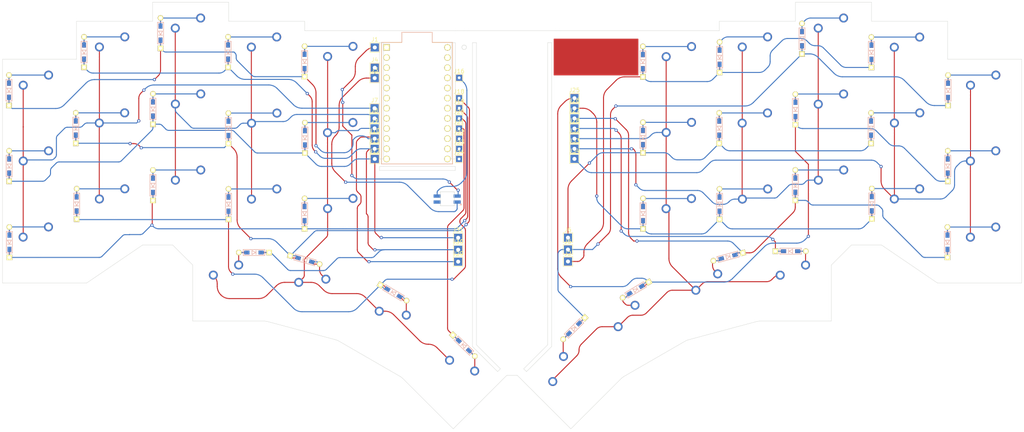
<source format=kicad_pcb>
(kicad_pcb (version 20210424) (generator pcbnew)
  (layers (0 "F.Cu" signal) (31 "B.Cu" signal) (34 "B.Paste" user) (35 "F.Paste" user) (36 "B.SilkS" user "B.Silkscreen") (37 "F.SilkS" user "F.Silkscreen") (38 "B.Mask" user) (39 "F.Mask" user) (44 "Edge.Cuts" user))
  (net 0 "")
  (net 1 "ROW0")
  (net 2 "Net-(D1-Pad2)")
  (net 3 "ROW1")
  (net 4 "Net-(D2-Pad2)")
  (net 5 "Net-(D3-Pad2)")
  (net 6 "Net-(D4-Pad2)")
  (net 7 "Net-(D5-Pad2)")
  (net 8 "ROW2")
  (net 9 "Net-(D6-Pad2)")
  (net 10 "ROW3")
  (net 11 "Net-(D7-Pad2)")
  (net 12 "Net-(D8-Pad2)")
  (net 13 "Net-(D9-Pad2)")
  (net 14 "Net-(D10-Pad2)")
  (net 15 "ROW4")
  (net 16 "Net-(D11-Pad2)")
  (net 17 "ROW5")
  (net 18 "Net-(D12-Pad2)")
  (net 19 "Net-(D13-Pad2)")
  (net 20 "Net-(D14-Pad2)")
  (net 21 "Net-(D15-Pad2)")
  (net 22 "Net-(D16-Pad2)")
  (net 23 "Net-(D17-Pad2)")
  (net 24 "ROW6")
  (net 25 "Net-(D18-Pad2)")
  (net 26 "Net-(D19-Pad2)")
  (net 27 "Net-(D20-Pad2)")
  (net 28 "Net-(D21-Pad2)")
  (net 29 "Net-(D22-Pad2)")
  (net 30 "Net-(D23-Pad2)")
  (net 31 "Net-(D24-Pad2)")
  (net 32 "Net-(D25-Pad2)")
  (net 33 "Net-(D26-Pad2)")
  (net 34 "Net-(D27-Pad2)")
  (net 35 "Net-(D28-Pad2)")
  (net 36 "Net-(D29-Pad2)")
  (net 37 "Net-(D30-Pad2)")
  (net 38 "Net-(D31-Pad2)")
  (net 39 "Net-(D32-Pad2)")
  (net 40 "Net-(D33-Pad2)")
  (net 41 "Net-(D34-Pad2)")
  (net 42 "Net-(D35-Pad2)")
  (net 43 "Net-(D36-Pad2)")
  (net 44 "Net-(D37-Pad2)")
  (net 45 "Net-(D38-Pad2)")
  (net 46 "LED")
  (net 47 "GND")
  (net 48 "COL0")
  (net 49 "COL1")
  (net 50 "COL2")
  (net 51 "VCC")
  (net 52 "COL3")
  (net 53 "COL4")
  (net 54 "COL5")
  (footprint "TestPoint:TestPoint_THTPad_2.0x2.0mm_Drill1.0mm" (layer "F.Cu") (at 161.1 77.875)
    (fp_text reference "J27")
    (fp_text value "C")
  )
  (footprint "TestPoint:TestPoint_THTPad_1.5x1.5mm_Drill0.7mm" (layer "F.Cu") (at 132.2 88.05)
    (fp_text reference "J24")
    (fp_text value "C")
  )
  (footprint "TestPoint:TestPoint_THTPad_2.0x2.0mm_Drill1.0mm" (layer "F.Cu") (at 111.1 88.05)
    (fp_text reference "J12")
    (fp_text value "C")
  )
  (footprint "MX_Only:MXOnly-1U-NoLED" (layer "F.Cu") (at 160.15 142.95 45)
    (fp_text reference "MX35")
    (fp_text value "MX-NoLED")
  )
  (footprint "TestPoint:TestPoint_THTPad_2.0x2.0mm_Drill1.0mm" (layer "F.Cu") (at 161.1 75.3375)
    (fp_text reference "J26")
    (fp_text value "C")
  )
  (footprint "TestPoint:TestPoint_THTPad_2.0x2.0mm_Drill1.0mm" (layer "F.Cu") (at 111.075 85.5)
    (fp_text reference "J11")
    (fp_text value "C")
  )
  (footprint "TestPoint:TestPoint_THTPad_1.5x1.5mm_Drill0.7mm" (layer "F.Cu") (at 132.2 80.425)
    (fp_text reference "J21")
    (fp_text value "C")
  )
  (footprint "MX_Only:MXOnly-1U-NoLED" (layer "F.Cu") (at 130.725 143 -45)
    (fp_text reference "MX19")
    (fp_text value "MX-NoLED")
  )
  (footprint "footprints:D3_TH_SMD" (layer "F.Cu") (at 199.575 112.575 -165)
    (fp_text reference "D36" hide)
    (fp_text value "D_Small" hide)
  )
  (footprint "MX_Only:MXOnly-1U-NoLED" (layer "F.Cu") (at 103.1 103.025)
    (fp_text reference "MX15")
    (fp_text value "MX-NoLED")
  )
  (footprint "TestPoint:TestPoint_THTPad_2.0x2.0mm_Drill1.0mm" (layer "F.Cu") (at 111.05 80.375)
    (fp_text reference "J9")
    (fp_text value "C")
  )
  (footprint "MX_Only:MXOnly-1U-NoLED" (layer "F.Cu") (at 206.925 62.525)
    (fp_text reference "MX20")
    (fp_text value "MX-NoLED")
  )
  (footprint "TestPoint:TestPoint_THTPad_1.5x1.5mm_Drill0.7mm" (layer "F.Cu") (at 132.2 72.8)
    (fp_text reference "J18")
    (fp_text value "C")
  )
  (footprint "MX_Only:MXOnly-1U-NoLED" (layer "F.Cu") (at 187.85 103.05)
    (fp_text reference "MX34")
    (fp_text value "MX-NoLED")
  )
  (footprint "footprints:D3_TH_SMD" (layer "F.Cu") (at 235.45 61.3 90)
    (fp_text reference "D22" hide)
    (fp_text value "D_Small" hide)
  )
  (footprint "footprints:D3_TH_SMD" (layer "F.Cu") (at 216.4 94.625 90)
    (fp_text reference "D31" hide)
    (fp_text value "D_Small" hide)
  )
  (footprint "footprints:D3_TH_SMD" (layer "F.Cu") (at 93.606239 113.364255 -16)
    (fp_text reference "D16" hide)
    (fp_text value "D_Small" hide)
  )
  (footprint "MX_Only:MXOnly-1U-NoLED" (layer "F.Cu") (at 187.875 83.95)
    (fp_text reference "MX29")
    (fp_text value "MX-NoLED")
  )
  (footprint "MX_Only:MXOnly-1U-NoLED" (layer "F.Cu") (at 264.075 72.1)
    (fp_text reference "MX23")
    (fp_text value "MX-NoLED")
  )
  (footprint "MX_Only:MXOnly-1U-NoLED" (layer "F.Cu") (at 45.95 62.525)
    (fp_text reference "MX4")
    (fp_text value "MX-NoLED")
  )
  (footprint "TestPoint:TestPoint_THTPad_1.5x1.5mm_Drill0.7mm" (layer "F.Cu") (at 132.2 77.875)
    (fp_text reference "J20")
    (fp_text value "C")
  )
  (footprint "footprints:D3_TH_SMD" (layer "F.Cu") (at 178.225 63.65 90)
    (fp_text reference "D24" hide)
    (fp_text value "D_Small" hide)
  )
  (footprint "MX_Only:MXOnly-1U-NoLED" (layer "F.Cu") (at 187.875 64.95)
    (fp_text reference "MX24")
    (fp_text value "MX-NoLED")
  )
  (footprint "MX_Only:MXOnly-1U-NoLED" (layer "F.Cu") (at 64.95 57.8)
    (fp_text reference "MX5")
    (fp_text value "MX-NoLED")
  )
  (footprint "footprints:D3_TH_SMD" (layer "F.Cu") (at 218.075 57.9 90)
    (fp_text reference "D21" hide)
    (fp_text value "D_Small" hide)
  )
  (footprint "footprints:D3_TH_SMD" (layer "F.Cu") (at 216.425 75.625 90)
    (fp_text reference "D26" hide)
    (fp_text value "D_Small" hide)
  )
  (footprint "TestPoint:TestPoint_THTPad_2.0x2.0mm_Drill1.0mm" (layer "F.Cu") (at 111.05 77.875)
    (fp_text reference "J8")
    (fp_text value "C")
  )
  (footprint "TestPoint:TestPoint_THTPad_2.0x2.0mm_Drill1.0mm" (layer "F.Cu") (at 131.975 107.8)
    (fp_text reference "J31")
    (fp_text value "C")
  )
  (footprint "footprints:D3_TH_SMD" (layer "F.Cu") (at 254.5 108.925 90)
    (fp_text reference "D33" hide)
    (fp_text value "D_Small" hide)
  )
  (footprint "MX_Only:MXOnly-1U-NoLED" (layer "F.Cu") (at 245 62.575)
    (fp_text reference "MX22")
    (fp_text value "MX-NoLED")
  )
  (footprint "footprints:D3_TH_SMD" (layer "F.Cu") (at 36.225 80.3 90)
    (fp_text reference "D7" hide)
    (fp_text value "D_Small" hide)
  )
  (footprint "footprints:D3_TH_SMD" (layer "F.Cu") (at 93.6 82.75 90)
    (fp_text reference "D10" hide)
    (fp_text value "D_Small" hide)
  )
  (footprint "MX_Only:MXOnly-1U-NoLED" (layer "F.Cu") (at 26.875 91.1)
    (fp_text reference "MX2")
    (fp_text value "MX-NoLED")
  )
  (footprint "MX_Only:MXOnly-1U-NoLED" (layer "F.Cu") (at 264.05 91.1)
    (fp_text reference "MX28")
    (fp_text value "MX-NoLED")
  )
  (footprint "MX_Only:MXOnly-1U-NoLED" (layer "F.Cu") (at 114.25 130.325 -30)
    (fp_text reference "MX18")
    (fp_text value "MX-NoLED")
  )
  (footprint "footprints:D3_TH_SMD" (layer "F.Cu") (at 235.375 80.325 90)
    (fp_text reference "D27" hide)
    (fp_text value "D_Small" hide)
  )
  (footprint "TestPoint:TestPoint_THTPad_2.0x2.0mm_Drill1.0mm" (layer "F.Cu") (at 161.1 85.4875)
    (fp_text reference "J33")
    (fp_text value "C")
  )
  (footprint "MX_Only:MXOnly-1U-NoLED" (layer "F.Cu") (at 225.95 76.85)
    (fp_text reference "MX26")
    (fp_text value "MX-NoLED")
  )
  (footprint "footprints:D3_TH_SMD" (layer "F.Cu") (at 55.55 94.65 90)
    (fp_text reference "D13" hide)
    (fp_text value "D_Small" hide)
  )
  (footprint "footprints:D3_TH_SMD" (layer "F.Cu") (at 19.5 70.825 90)
    (fp_text reference "D1" hide)
    (fp_text value "D_Small" hide)
  )
  (footprint "MX_Only:MXOnly-1U-NoLED" (layer "F.Cu") (at 245.025 81.575)
    (fp_text reference "MX27")
    (fp_text value "MX-NoLED")
  )
  (footprint "footprints:D3_TH_SMD" (layer "F.Cu") (at 133.390685 134.846651 -44)
    (fp_text reference "D18" hide)
    (fp_text value "D_Small" hide)
  )
  (footprint "MX_Only:MXOnly-1U-NoLED" (layer "F.Cu") (at 103.075 84)
    (fp_text reference "MX11")
    (fp_text value "MX-NoLED")
  )
  (footprint "footprints:D3_TH_SMD" (layer "F.Cu") (at 19.55 89.825 90)
    (fp_text reference "D6" hide)
    (fp_text value "D_Small" hide)
  )
  (footprint "MX_Only:MXOnly-1U-NoLED" (layer "F.Cu") (at 95.075 122.425 -15)
    (fp_text reference "MX17")
    (fp_text value "MX-NoLED")
  )
  (footprint "MX_Only:MXOnly-1U-NoLED" (layer "F.Cu") (at 195.825 122.425 15)
    (fp_text reference "MX37")
    (fp_text value "MX-NoLED")
  )
  (footprint "MX_Only:MXOnly-1U-NoLED" (layer "F.Cu") (at 26.875 72.1)
    (fp_text reference "MX1")
    (fp_text value "MX-NoLED")
  )
  (footprint "footprints:D3_TH_SMD" (layer "F.Cu") (at 178.275 101.75 90)
    (fp_text reference "D34" hide)
    (fp_text value "D_Small" hide)
  )
  (footprint "footprints:D3_TH_SMD" (layer "F.Cu") (at 197.45 62.55 90)
    (fp_text reference "D20" hide)
    (fp_text value "D_Small" hide)
  )
  (footprint "footprints:D3_TH_SMD" (layer "F.Cu") (at 160.975 130.55 -135)
    (fp_text reference "D38" hide)
    (fp_text value "D_Small" hide)
  )
  (footprint "footprints:D3_TH_SMD" (layer "F.Cu") (at 254.575 89.825 90)
    (fp_text reference "D28" hide)
    (fp_text value "D_Small" hide)
  )
  (footprint "TestPoint:TestPoint_THTPad_2.0x2.0mm_Drill1.0mm" (layer "F.Cu") (at 159.475 107.775)
    (fp_text reference "J6")
    (fp_text value "C")
  )
  (footprint "TestPoint:TestPoint_THTPad_2.0x2.0mm_Drill1.0mm" (layer "F.Cu") (at 131.975 110.8)
    (fp_text reference "J30")
    (fp_text value "C")
  )
  (footprint "TestPoint:TestPoint_THTPad_1.5x1.5mm_Drill0.7mm" (layer "F.Cu") (at 132.225 82.975)
    (fp_text reference "J22")
    (fp_text value "C")
  )
  (footprint "promicro:ProMicro" (layer "F.Cu") (at 121.675 74.07 -90)
    (fp_text reference "U1" hide)
    (fp_text value "ProMicro")
  )
  (footprint "TestPoint:TestPoint_THTPad_2.0x2.0mm_Drill1.0mm" (layer "F.Cu") (at 159.475 110.75)
    (fp_text reference "J5")
    (fp_text value "C")
  )
  (footprint "MX_Only:MXOnly-1U-NoLED" (layer "F.Cu") (at 225.975 95.9)
    (fp_text reference "MX31")
    (fp_text value "MX-NoLED")
  )
  (footprint "footprints:D3_TH_SMD" (layer "F.Cu") (at 115.775 121.6 -31)
    (fp_text reference "D17" hide)
    (fp_text value "D_Small" hide)
  )
  (footprint "TestPoint:TestPoint_THTPad_2.0x2.0mm_Drill1.0mm" (layer "F.Cu") (at 111.05 75.325)
    (fp_text reference "J7")
    (fp_text value "C")
  )
  (footprint "footprints:D3_TH_SMD" (layer "F.Cu") (at 215.225 111.175)
    (fp_text reference "D37" hide)
    (fp_text value "D_Small" hide)
  )
  (footprint "MX_Only:MXOnly-1U-NoLED" (layer "F.Cu") (at 206.95 100.65)
    (fp_text reference "MX30")
    (fp_text value "MX-NoLED")
  )
  (footprint "MX_Only:MXOnly-1U-NoLED" (layer "F.Cu") (at 103.1 64.9)
    (fp_text reference "MX7")
    (fp_text value "MX-NoLED")
  )
  (footprint "TestPoint:TestPoint_THTPad_2.0x2.0mm_Drill1.0mm" (layer "F.Cu") (at 161.1 80.4125)
    (fp_text reference "J28")
    (fp_text value "C")
  )
  (footprint "footprints:D3_TH_SMD" (layer "F.Cu") (at 38.3 61.25 90)
    (fp_text reference "D2" hide)
    (fp_text value "D_Small" hide)
  )
  (footprint "MX_Only:MXOnly-1U-NoLED" (layer "F.Cu") (at 216.425 119.725)
    (fp_text reference "MX38")
    (fp_text value "MX-NoLED")
  )
  (footprint "MX_Only:MXOnly-1U-NoLED" (layer "F.Cu") (at 74.475 119.7)
    (fp_text reference "MX16")
    (fp_text value "MX-NoLED")
  )
  (footprint "footprints:D3_TH_SMD" (layer "F.Cu") (at 74.475 99.375 90)
    (fp_text reference "D14" hide)
    (fp_text value "D_Small" hide)
  )
  (footprint "MX_Only:MXOnly-1U-NoLED" (layer "F.Cu") (at 64.975 76.825)
    (fp_text reference "MX9")
    (fp_text value "MX-NoLED")
  )
  (footprint "MX_Only:MXOnly-1U-NoLED" (layer "F.Cu") (at 84.05 81.625)
    (fp_text reference "MX10")
    (fp_text value "MX-NoLED")
  )
  (footprint "TestPoint:TestPoint_THTPad_2.0x2.0mm_Drill1.0mm" (layer "F.Cu") (at 111.075 67.775)
    (fp_text reference "J3")
    (fp_text value "C")
  )
  (footprint "MX_Only:MXOnly-1U-NoLED" (layer "F.Cu") (at 264.05 110.2)
    (fp_text reference "MX33")
    (fp_text value "MX-NoLED")
  )
  (footprint "TestPoint:TestPoint_THTPad_2.0x2.0mm_Drill1.0mm" (layer "F.Cu") (at 111.075 82.95)
    (fp_text reference "J10")
    (fp_text value "C")
  )
  (footprint "MX_Only:MXOnly-1U-NoLED" (layer "F.Cu") (at 206.9 81.6)
    (fp_text reference "MX25")
    (fp_text value "MX-NoLED")
  )
  (footprint "footprints:D3_TH_SMD" (layer "F.Cu") (at 74.375 61.25 90)
    (fp_text reference "D4" hide)
    (fp_text value "D_Small" hide)
  )
  (footprint "TestPoint:TestPoint_THTPad_2.0x2.0mm_Drill1.0mm" (layer "F.Cu") (at 111.1 60.1)
    (fp_text reference "J1")
    (fp_text value "C")
  )
  (footprint "TestPoint:TestPoint_THTPad_2.0x2.0mm_Drill1.0mm" (layer "F.Cu") (at 131.975 113.8)
    (fp_text reference "J29")
    (fp_text value "C")
  )
  (footprint "MX_Only:MXOnly-1U-NoLED" (layer "F.Cu") (at 84.025 100.65)
    (fp_text reference "MX14")
    (fp_text value "MX-NoLED")
  )
  (footprint "footprints:D3_TH_SMD" (layer "F.Cu") (at 57.45 56.5 90)
    (fp_text reference "D3" hide)
    (fp_text value "D_Small" hide)
  )
  (footprint "TestPoint:TestPoint_THTPad_1.5x1.5mm_Drill0.7mm" (layer "F.Cu") (at 132.225 85.5)
    (fp_text reference "J23")
    (fp_text value "C")
  )
  (footprint "footprints:D3_TH_SMD" (layer "F.Cu") (at 36.45 99.325 90)
    (fp_text reference "D12" hide)
    (fp_text value "D_Small" hide)
  )
  (footprint "TestPoint:TestPoint_THTPad_2.0x2.0mm_Drill1.0mm" (layer "F.Cu") (at 161.1 88.025)
    (fp_text reference "J34")
    (fp_text value "C")
  )
  (footprint "footprints:D3_TH_SMD" (layer "F.Cu") (at 197.425 99.375 90)
    (fp_text reference "D30" hide)
    (fp_text value "D_Small" hide)
  )
  (footprint "footprints:D3_TH_SMD" (layer "F.Cu") (at 19.6 108.925 90)
    (fp_text reference "D11" hide)
    (fp_text value "D_Small" hide)
  )
  (footprint "MX_Only:MXOnly-1U-NoLED" (layer "F.Cu") (at 45.95 100.625)
    (fp_text reference "MX12")
    (fp_text value "MX-NoLED")
  )
  (footprint "footprints:D3_TH_SMD" (layer "F.Cu") (at 176.425 120.875 -149)
    (fp_text reference "D35" hide)
    (fp_text value "D_Small" hide)
  )
  (footprint "footprints:D3_TH_SMD" (layer "F.Cu") (at 197.35 80.325 90)
    (fp_text reference "D25" hide)
    (fp_text value "D_Small" hide)
  )
  (footprint "TestPoint:TestPoint_THTPad_1.5x1.5mm_Drill0.7mm" (layer "F.Cu") (at 132.225 67.7)
    (fp_text reference "J16")
    (fp_text value "C")
  )
  (footprint "MX_Only:MXOnly-1U-NoLED" (layer "F.Cu") (at 64.975 95.9)
    (fp_text reference "MX13")
    (fp_text value "MX-NoLED")
  )
  (footprint "footprints:D3_TH_SMD" (layer "F.Cu") (at 80.85 111.5 180)
    (fp_text reference "D19" hide)
    (fp_text value "D_Small" hide)
  )
  (footprint "TestPoint:TestPoint_THTPad_2.0x2.0mm_Drill1.0mm" (layer "F.Cu") (at 159.475 113.75)
    (fp_text reference "J2")
    (fp_text value "C")
  )
  (footprint "footprints:D3_TH_SMD" (layer "F.Cu") (at 93.525 63.6 90)
    (fp_text reference "D5" hide)
    (fp_text value "D_Small" hide)
  )
  (footprint "MX_Only:MXOnly-1U-NoLED" (layer "F.Cu") (at 176.6 130.4 30)
    (fp_text reference "MX36")
    (fp_text value "MX-NoLED")
  )
  (footprint "MX_Only:MXOnly-1U-NoLED" (layer "F.Cu") (at 245 100.625)
    (fp_text reference "MX32")
    (fp_text value "MX-NoLED")
  )
  (footprint "footprints:D3_TH_SMD" (layer "F.Cu") (at 93.525 101.75 90)
    (fp_text reference "D15" hide)
    (fp_text value "D_Small" hide)
  )
  (footprint "MX_Only:MXOnly-1U-NoLED" (layer "F.Cu") (at 26.85 110.175)
    (fp_text reference "MX3")
    (fp_text value "MX-NoLED")
  )
  (footprint "footprints:D3_TH_SMD" (layer "F.Cu") (at 55.55 75.525 90)
    (fp_text reference "D8" hide)
    (fp_text value "D_Small" hide)
  )
  (footprint "footprints:D3_TH_SMD" (layer "F.Cu") (at 235.55 99.275 90)
    (fp_text reference "D32" hide)
    (fp_text value "D_Small" hide)
  )
  (footprint "TestPoint:TestPoint_THTPad_2.0x2.0mm_Drill1.0mm" (layer "F.Cu") (at 111.1 65.175)
    (fp_text reference "J4")
    (fp_text value "C")
  )
  (footprint "TestPoint:TestPoint_THTPad_2.0x2.0mm_Drill1.0mm" (layer "F.Cu") (at 161.1 82.95)
    (fp_text reference "J32")
    (fp_text value "C")
  )
  (footprint "footprints:D3_TH_SMD" (layer "F.Cu") (at 254.65 70.85 90)
    (fp_text reference "D23" hide)
    (fp_text value "D_Small" hide)
  )
  (footprint "MX_Only:MXOnly-1U-NoLED" (layer "F.Cu") (at 225.95 57.8)
    (fp_text reference "MX21")
    (fp_text value "MX-NoLED")
  )
  (footprint "TestPoint:TestPoint_THTPad_2.0x2.0mm_Drill1.0mm" (layer "F.Cu") (at 161.1 72.8)
    (fp_text reference "J25")
    (fp_text value "C")
  )
  (footprint "footprints:D3_TH_SMD" (layer "F.Cu") (at 74.45 80.375 90)
    (fp_text reference "D9" hide)
    (fp_text value "D_Small" hide)
  )
  (footprint "footprints:D3_TH_SMD" (layer "F.Cu") (at 178.25 82.675 90)
    (fp_text reference "D29" hide)
    (fp_text value "D_Small" hide)
  )
  (footprint "MX_Only:MXOnly-1U-NoLED" (layer "F.Cu") (at 45.925 81.575)
    (fp_text reference "MX8")
    (fp_text value "MX-NoLED")
  )
  (footprint "MX_Only:MXOnly-1U-NoLED" (layer "F.Cu") (at 84 62.55)
    (fp_text reference "MX6")
    (fp_text value "MX-NoLED")
  )
  (footprint "TestPoint:TestPoint_THTPad_1.5x1.5mm_Drill0.7mm" (layer "F.Cu") (at 132.225 75.3)
    (fp_text reference "J19")
    (fp_text value "C")
  )
  (footprint "footprints:YS-SK6812MINI-E" (layer "B.Cu") (at 129.225 98.1 180)
    (fp_text reference "LED1")
    (fp_text value "SK6812MINI-E")
  )
  (gr_poly (pts (xy 177 67) (xy 156 67) (xy 156 58) (xy 177 58)) (layer "F.Cu") (width 0.2) (fill solid))
  (gr_line (start 273.058027 119.163207) (end 273.058027 63.064007) (layer "Edge.Cuts") (width 0.08))
  (gr_line (start 235.483377 53.538907) (end 235.483377 48.776907) (layer "Edge.Cuts") (width 0.08))
  (gr_line (start 207.433727 128.688407) (end 225.433027 128.688407) (layer "Edge.Cuts") (width 0.08))
  (gr_line (start 36.402423 63.064007) (end 36.402423 53.538907) (layer "Edge.Cuts") (width 0.08))
  (gr_line (start 131.273425 55.914729) (end 131.273425 55.920207) (layer "Edge.Cuts") (width 0.08))
  (gr_line (start 118.012645 142.982332) (end 117.563258 142.637122) (layer "Edge.Cuts") (width 0.08))
  (gr_line (start 154.37547 58.901401) (end 155.37547 58.901401) (layer "Edge.Cuts") (width 0.08))
  (gr_line (start 133.4679 55.920207) (end 134.4679 55.920207) (layer "Edge.Cuts") (width 0.08))
  (gr_line (start 206.872151 128.76053) (end 207.433727 128.688407) (layer "Edge.Cuts") (width 0.08))
  (gr_line (start 225.433027 128.688407) (end 225.433027 114.638207) (layer "Edge.Cuts") (width 0.08))
  (gr_line (start 252.008027 119.163207) (end 238.008727 109.638207) (layer "Edge.Cuts") (width 0.08))
  (gr_line (start 273.058027 119.163207) (end 252.008027 119.163207) (layer "Edge.Cuts") (width 0.08))
  (gr_line (start 74.502423 53.538907) (end 74.502423 48.776907) (layer "Edge.Cuts") (width 0.08))
  (gr_line (start 113.273425 88.03762) (end 112.273425 88.03762) (layer "Edge.Cuts") (width 0.08))
  (gr_line (start 197.383377 55.920207) (end 197.383377 53.538907) (layer "Edge.Cuts") (width 0.08))
  (gr_line (start 154.37547 58.901401) (end 154.37547 134.66046) (layer "Edge.Cuts") (width 0.08))
  (gr_rect (start 127.5 99.775) (end 131.025 96.275) (layer "Edge.Cuts") (width 0.1) (fill none))
  (gr_line (start 36.402423 63.064007) (end 17.877773 63.064007) (layer "Edge.Cuts") (width 0.08))
  (gr_line (start 113.273425 89.914729) (end 112.273425 89.914729) (layer "Edge.Cuts") (width 0.08))
  (gr_line (start 197.383377 53.538907) (end 216.433377 53.538907) (layer "Edge.Cuts") (width 0.08))
  (gr_line (start 216.433377 53.538907) (end 216.433377 48.776907) (layer "Edge.Cuts") (width 0.08))
  (gr_line (start 160.195418 155.70985) (end 172.923154 142.982332) (layer "Edge.Cuts") (width 0.08))
  (gr_line (start 173.372542 142.637122) (end 188.961535 133.637835) (layer "Edge.Cuts") (width 0.08))
  (gr_line (start 155.37547 58.901401) (end 155.37547 135.074678) (layer "Edge.Cuts") (width 0.08))
  (gr_line (start 148.376735 140.659092) (end 154.37547 134.66046) (layer "Edge.Cuts") (width 0.08))
  (gr_line (start 101.451285 133.420429) (end 84.063649 128.76053) (layer "Edge.Cuts") (width 0.08))
  (gr_line (start 134.4679 55.920207) (end 156.4679 55.920207) (layer "Edge.Cuts") (width 0.08))
  (gr_line (start 36.402423 53.538907) (end 55.452423 53.538907) (layer "Edge.Cuts") (width 0.08))
  (gr_line (start 112.273425 58.901401) (end 112.273425 88.03762) (layer "Edge.Cuts") (width 0.08))
  (gr_line (start 254.533377 53.538907) (end 235.483377 53.538907) (layer "Edge.Cuts") (width 0.08))
  (gr_line (start 135.560329 58.901401) (end 135.560329 135.074678) (layer "Edge.Cuts") (width 0.08))
  (gr_line (start 17.877773 119.163207) (end 38.927773 119.163207) (layer "Edge.Cuts") (width 0.08))
  (gr_line (start 225.433027 114.638207) (end 230.433027 109.638207) (layer "Edge.Cuts") (width 0.08))
  (gr_line (start 130.273425 88.03762) (end 131.273425 88.03762) (layer "Edge.Cuts") (width 0.08))
  (gr_line (start 172.923154 142.982332) (end 173.372542 142.637122) (layer "Edge.Cuts") (width 0.08))
  (gr_line (start 189.484514 133.420429) (end 206.872151 128.76053) (layer "Edge.Cuts") (width 0.08))
  (gr_line (start 112.273425 55.914729) (end 112.273425 55.920207) (layer "Edge.Cuts") (width 0.08))
  (gr_line (start 60.502773 109.638207) (end 52.927073 109.638207) (layer "Edge.Cuts") (width 0.08))
  (gr_line (start 144.175 142.275) (end 130.740382 155.70985) (layer "Edge.Cuts") (width 0.08))
  (gr_line (start 146.760799 142.275) (end 160.195418 155.70985) (layer "Edge.Cuts") (width 0.08))
  (gr_line (start 130.273425 58.901401) (end 131.273425 58.901401) (layer "Edge.Cuts") (width 0.08))
  (gr_line (start 65.502773 128.688407) (end 65.502773 114.638207) (layer "Edge.Cuts") (width 0.08))
  (gr_circle (center 133.475 60.05) (end 133.9 59.675) (layer "Edge.Cuts") (width 0.1) (fill none))
  (gr_line (start 157.4679 55.920207) (end 197.383377 55.920207) (layer "Edge.Cuts") (width 0.08))
  (gr_line (start 130.273425 89.914729) (end 131.273425 89.914729) (layer "Edge.Cuts") (width 0.08))
  (gr_line (start 149.083835 141.366205) (end 155.37547 135.074678) (layer "Edge.Cuts") (width 0.08))
  (gr_line (start 156.4679 55.920207) (end 157.4679 55.920207) (layer "Edge.Cuts") (width 0.08))
  (gr_line (start 117.563258 142.637122) (end 101.974264 133.637835) (layer "Edge.Cuts") (width 0.08))
  (gr_line (start 38.927773 119.163207) (end 52.927073 109.638207) (layer "Edge.Cuts") (width 0.08))
  (gr_line (start 230.433027 109.638207) (end 238.008727 109.638207) (layer "Edge.Cuts") (width 0.08))
  (gr_line (start 141.851964 141.366205) (end 142.559065 140.659092) (layer "Edge.Cuts") (width 0.08))
  (gr_line (start 188.961535 133.637835) (end 189.484514 133.420429) (layer "Edge.Cuts") (width 0.08))
  (gr_line (start 112.273425 89.914729) (end 112.273425 90.914729) (layer "Edge.Cuts") (width 0.08))
  (gr_line (start 235.483377 48.776907) (end 216.433377 48.776907) (layer "Edge.Cuts") (width 0.08))
  (gr_line (start 131.273425 58.901401) (end 131.273425 88.03762) (layer "Edge.Cuts") (width 0.08))
  (gr_line (start 131.273425 89.914729) (end 131.273425 90.914729) (layer "Edge.Cuts") (width 0.08))
  (gr_line (start 112.273425 90.914729) (end 131.273425 90.914729) (layer "Edge.Cuts") (width 0.08))
  (gr_line (start 133.4679 55.920207) (end 131.273425 55.920207) (layer "Edge.Cuts") (width 0.08))
  (gr_line (start 141.851964 141.366205) (end 135.560329 135.074678) (layer "Edge.Cuts") (width 0.08))
  (gr_line (start 254.533377 63.064007) (end 254.533377 53.538907) (layer "Edge.Cuts") (width 0.08))
  (gr_line (start 136.560329 58.901401) (end 136.560329 134.66046) (layer "Edge.Cuts") (width 0.08))
  (gr_line (start 65.502773 114.638207) (end 60.502773 109.638207) (layer "Edge.Cuts") (width 0.08))
  (gr_line (start 144.175 142.275) (end 146.760799 142.275) (layer "Edge.Cuts") (width 0.08))
  (gr_line (start 135.560329 58.901401) (end 136.560329 58.901401) (layer "Edge.Cuts") (width 0.08))
  (gr_line (start 112.273425 55.914729) (end 131.273425 55.914729) (layer "Edge.Cuts") (width 0.08))
  (gr_line (start 254.533377 63.064007) (end 273.058027 63.064007) (layer "Edge.Cuts") (width 0.08))
  (gr_line (start 17.877773 119.163207) (end 17.877773 63.064007) (layer "Edge.Cuts") (width 0.08))
  (gr_line (start 93.552423 53.538907) (end 74.502423 53.538907) (layer "Edge.Cuts") (width 0.08))
  (gr_line (start 112.273425 55.920207) (end 93.552423 55.920207) (layer "Edge.Cuts") (width 0.08))
  (gr_line (start 130.740382 155.70985) (end 118.012645 142.982332) (layer "Edge.Cuts") (width 0.08))
  (gr_line (start 130.273425 58.901401) (end 130.273425 88.03762) (layer "Edge.Cuts") (width 0.08))
  (gr_line (start 148.376735 140.659092) (end 149.083835 141.366205) (layer "Edge.Cuts") (width 0.08))
  (gr_line (start 112.273425 58.901401) (end 113.273425 58.901401) (layer "Edge.Cuts") (width 0.08))
  (gr_line (start 142.559065 140.659092) (end 136.560329 134.66046) (layer "Edge.Cuts") (width 0.08))
  (gr_line (start 83.502073 128.688407) (end 65.502773 128.688407) (layer "Edge.Cuts") (width 0.08))
  (gr_line (start 93.552423 55.920207) (end 93.552423 53.538907) (layer "Edge.Cuts") (width 0.08))
  (gr_line (start 101.974264 133.637835) (end 101.451285 133.420429) (layer "Edge.Cuts") (width 0.08))
  (gr_line (start 55.452423 53.538907) (end 55.452423 48.776907) (layer "Edge.Cuts") (width 0.08))
  (gr_line (start 84.063649 128.76053) (end 83.502073 128.688407) (layer "Edge.Cuts") (width 0.08))
  (gr_line (start 113.273425 89.914729) (end 130.273425 89.914729) (layer "Edge.Cuts") (width 0.08))
  (gr_line (start 113.273425 58.901401) (end 113.273425 88.03762) (layer "Edge.Cuts") (width 0.08))
  (gr_line (start 55.452423 48.776907) (end 74.502423 48.776907) (layer "Edge.Cuts") (width 0.08))
  (segment (start 168.375 104.032359) (end 168.375 72.742641) (width 0.25) (layer "F.Cu") (net 1))
  (segment (start 106.725 100.414214) (end 106.725 110.810786) (width 0.25) (layer "F.Cu") (net 1))
  (segment (start 164.32868 109.32132) (end 167.496321 106.153679) (width 0.25) (layer "F.Cu") (net 1))
  (segment (start 107.017893 111.517893) (end 109.3 113.8) (width 0.25) (layer "F.Cu") (net 1))
  (segment (start 107.357107 99.367893) (end 107.017893 99.707107) (width 0.25) (layer "F.Cu") (net 1))
  (segment (start 107.257107 82.842893) (end 106.792893 83.307107) (width 0.25) (layer "F.Cu") (net 1))
  (segment (start 95.49632 69.38132) (end 93.525 67.41) (width 0.25) (layer "F.Cu") (net 1))
  (segment (start 57.45 60.31) (end 57.45 65.796573) (width 0.25) (layer "F.Cu") (net 1))
  (segment (start 57.45 58.275) (end 57.45 60.31) (width 0.25) (layer "F.Cu") (net 1))
  (segment (start 106.792893 96.317893) (end 107.357107 96.882107) (width 0.25) (layer "F.Cu") (net 1))
  (segment (start 93.525 65.375) (end 93.525 67.41) (width 0.25) (layer "F.Cu") (net 1))
  (segment (start 159.475 113.75) (end 161.910786 113.75) (width 0.25) (layer "F.Cu") (net 1))
  (segment (start 111.075 82.95) (end 110.967893 82.842893) (width 0.25) (layer "F.Cu") (net 1))
  (segment (start 173.657641 67.46) (end 178.225 67.46) (width 0.25) (layer "F.Cu") (net 1))
  (segment (start 96.375 84.725) (end 96.375 71.502641) (width 0.25) (layer "F.Cu") (net 1))
  (segment (start 109.3 113.8) (end 109.65 113.8) (width 0.25) (layer "F.Cu") (net 1))
  (segment (start 178.225 65.425) (end 178.225 67.46) (width 0.25) (layer "F.Cu") (net 1))
  (segment (start 169.25368 70.62132) (end 171.536321 68.338679) (width 0.25) (layer "F.Cu") (net 1))
  (segment (start 106.5 84.014214) (end 106.5 95.610786) (width 0.25) (layer "F.Cu") (net 1))
  (segment (start 19.5 72.6) (end 19.5 74.635) (width 0.25) (layer "F.Cu") (net 1))
  (segment (start 197.45 64.325) (end 197.45 66.36) (width 0.25) (layer "F.Cu") (net 1))
  (segment (start 162.617893 113.457107) (end 163.157107 112.917893) (width 0.25) (layer "F.Cu") (net 1))
  (segment (start 163.45 112.210786) (end 163.45 111.442641) (width 0.25) (layer "F.Cu") (net 1))
  (segment (start 110.260786 82.55) (end 107.964214 82.55) (width 0.25) (layer "F.Cu") (net 1))
  (segment (start 107.65 97.589214) (end 107.65 98.660786) (width 0.25) (layer "F.Cu") (net 1))
  (segment (start 56.864213 67.210787) (end 55.925 68.15) (width 0.25) (layer "F.Cu") (net 1))
  (segment (start 235.45 63.075) (end 235.45 65.11) (width 0.25) (layer "F.Cu") (net 1))
  (via (at 109.65 113.8) (size 0.8) (drill 0.4) (layers "F.Cu" "B.Cu") (net 1))
  (via (at 96.375 84.725) (size 0.8) (drill 0.4) (layers "F.Cu" "B.Cu") (net 1))
  (via (at 55.925 68.15) (size 0.8) (drill 0.4) (layers "F.Cu" "B.Cu") (net 1))
  (arc (start 169.25368 70.62132) (mid 168.603361 71.59459) (end 168.375 72.742641) (width 0.25) (layer "F.Cu") (net 1))
  (arc (start 106.792893 83.307107) (mid 106.57612 83.63153) (end 106.5 84.014214) (width 0.25) (layer "F.Cu") (net 1))
  (arc (start 107.357107 99.367893) (mid 107.57388 99.04347) (end 107.65 98.660786) (width 0.25) (layer "F.Cu") (net 1))
  (arc (start 107.964214 82.55) (mid 107.581531 82.62612) (end 107.257107 82.842893) (width 0.25) (layer "F.Cu") (net 1))
  (arc (start 106.725 110.810786) (mid 106.80112 111.193469) (end 107.017893 111.517893) (width 0.25) (layer "F.Cu") (net 1))
  (arc (start 106.5 95.610786) (mid 106.57612 95.993469) (end 106.792893 96.317893) (width 0.25) (layer "F.Cu") (net 1))
  (arc (start 164.32868 109.32132) (mid 163.678361 110.29459) (end 163.45 111.442641) (width 0.25) (layer "F.Cu") (net 1))
  (arc (start 171.536321 68.338679) (mid 172.509591 67.688361) (end 173.657641 67.46) (width 0.25) (layer "F.Cu") (net 1))
  (arc (start 168.375 104.032359) (mid 168.146639 105.180409) (end 167.496321 106.153679) (width 0.25) (layer "F.Cu") (net 1))
  (arc (start 162.617893 113.457107) (mid 162.29347 113.67388) (end 161.910786 113.75) (width 0.25) (layer "F.Cu") (net 1))
  (arc (start 163.157107 112.917893) (mid 163.37388 112.59347) (end 163.45 112.210786) (width 0.25) (layer "F.Cu") (net 1))
  (arc (start 107.65 97.589214) (mid 107.57388 97.206531) (end 107.357107 96.882107) (width 0.25) (layer "F.Cu") (net 1))
  (arc (start 95.49632 69.38132) (mid 96.146639 70.35459) (end 96.375 71.502641) (width 0.25) (layer "F.Cu") (net 1))
  (arc (start 110.260786 82.55) (mid 110.643469 82.62612) (end 110.967893 82.842893) (width 0.25) (layer "F.Cu") (net 1))
  (arc (start 57.45 65.796573) (mid 57.297759 66.56194) (end 56.864213 67.210787) (width 0.25) (layer "F.Cu") (net 1))
  (arc (start 107.017893 99.707107) (mid 106.80112 100.03153) (end 106.725 100.414214) (width 0.25) (layer "F.Cu") (net 1))
  (segment (start 235.45 65.11) (end 229.163427 65.11) (width 0.25) (layer "B.Cu") (net 1))
  (segment (start 76.107107 61.507107) (end 75.85 61.25) (width 0.25) (layer "B.Cu") (net 1))
  (segment (start 97.539213 85.889213) (end 96.375 84.725) (width 0.25) (layer "B.Cu") (net 1))
  (segment (start 197.45 64.325) (end 197.45 66.36) (width 0.25) (layer "B.Cu") (net 1))
  (segment (start 38.79632 69.02868) (end 33.303679 74.521321) (width 0.25) (layer "B.Cu") (net 1))
  (segment (start 210.1 62.203427) (end 210.1 63.646573) (width 0.25) (layer "B.Cu") (net 1))
  (segment (start 75.85 61.25) (end 58.804214 61.25) (width 0.25) (layer "B.Cu") (net 1))
  (segment (start 107.921573 82.275) (end 107.453427 82.275) (width 0.25) (layer "B.Cu") (net 1))
  (segment (start 106.039213 82.860787) (end 105.65 83.25) (width 0.25) (layer "B.Cu") (net 1))
  (segment (start 219.914213 59.064213) (end 219.285786 58.435786) (width 0.25) (layer "B.Cu") (net 1))
  (segment (start 227.749213 64.524213) (end 223.460786 60.235786) (width 0.25) (layer "B.Cu") (net 1))
  (segment (start 105.064213 85.660787) (end 104.835786 85.889214) (width 0.25) (layer "B.Cu") (net 1))
  (segment (start 31.182359 75.4) (end 20.265 75.4) (width 0.25) (layer "B.Cu") (net 1))
  (segment (start 178.829213 68.064213) (end 178.225 67.46) (width 0.25) (layer "B.Cu") (net 1))
  (segment (start 55.925 68.15) (end 40.917641 68.15) (width 0.25) (layer "B.Cu") (net 1))
  (segment (start 222.046573 59.65) (end 221.328427 59.65) (width 0.25) (layer "B.Cu") (net 1))
  (segment (start 93.525 65.375) (end 93.525 67.41) (width 0.25) (layer "B.Cu") (net 1))
  (segment (start 103.421573 86.475) (end 98.953427 86.475) (width 0.25) (layer "B.Cu") (net 1))
  (segment (start 58.097107 60.957107) (end 57.45 60.31) (width 0.25) (layer "B.Cu") (net 1))
  (segment (start 105.65 83.25) (end 105.65 84.246573) (width 0.25) (layer "B.Cu") (net 1))
  (segment (start 213.039213 58.435787) (end 210.685786 60.789214) (width 0.25) (layer "B.Cu") (net 1))
  (segment (start 57.45 58.275) (end 57.45 60.31) (width 0.25) (layer "B.Cu") (net 1))
  (segment (start 111.075 82.95) (end 109.425 82.95) (width 0.25) (layer "B.Cu") (net 1))
  (segment (start 217.871573 57.85) (end 214.453427 57.85) (width 0.25) (layer "B.Cu") (net 1))
  (segment (start 19.5 72.6) (end 19.5 74.635) (width 0.25) (layer "B.Cu") (net 1))
  (segment (start 178.225 65.425) (end 178.225 67.46) (width 0.25) (layer "B.Cu") (net 1))
  (segment (start 93.525 67.41) (end 81.074214 67.41) (width 0.25) (layer "B.Cu") (net 1))
  (segment (start 76.4 62.735786) (end 76.4 62.214214) (width 0.25) (layer "B.Cu") (net 1))
  (segment (start 109.425 82.95) (end 109.335786 82.860786) (width 0.25) (layer "B.Cu") (net 1))
  (segment (start 109.65 113.8) (end 131.975 113.8) (width 0.25) (layer "B.Cu") (net 1))
  (segment (start 20.265 75.4) (end 19.5 74.635) (width 0.25) (layer "B.Cu") (net 1))
  (segment (start 235.45 63.075) (end 235.45 65.11) (width 0.25) (layer "B.Cu") (net 1))
  (segment (start 197.45 66.36) (end 195.745786 68.064214) (width 0.25) (layer "B.Cu") (net 1))
  (segment (start 207.386573 66.36) (end 197.45 66.36) (width 0.25) (layer "B.Cu") (net 1))
  (segment (start 209.514213 65.060787) (end 208.800786 65.774214) (width 0.25) (layer "B.Cu") (net 1))
  (segment (start 80.367107 67.117107) (end 76.692893 63.442893) (width 0.25) (layer "B.Cu") (net 1))
  (segment (start 194.331573 68.65) (end 180.243427 68.65) (width 0.25) (layer "B.Cu") (net 1))
  (arc (start 31.182359 75.4) (mid 32.330409 75.171639) (end 33.303679 74.521321) (width 0.25) (layer "B.Cu") (net 1))
  (arc (start 76.4 62.735786) (mid 76.47612 63.118469) (end 76.692893 63.442893) (width 0.25) (layer "B.Cu") (net 1))
  (arc (start 107.921573 82.275) (mid 108.68694 82.427241) (end 109.335786 82.860786) (width 0.25) (layer "B.Cu") (net 1))
  (arc (start 222.046573 59.65) (mid 222.81194 59.802241) (end 223.460786 60.235786) (width 0.25) (layer "B.Cu") (net 1))
  (arc (start 76.4 62.214214) (mid 76.32388 61.831531) (end 76.107107 61.507107) (width 0.25) (layer "B.Cu") (net 1))
  (arc (start 229.163427 65.11) (mid 228.39806 64.957759) (end 227.749213 64.524213) (width 0.25) (layer "B.Cu") (net 1))
  (arc (start 213.039213 58.435787) (mid 213.68806 58.002241) (end 214.453427 57.85) (width 0.25) (layer "B.Cu") (net 1))
  (arc (start 180.243427 68.65) (mid 179.47806 68.497759) (end 178.829213 68.064213) (width 0.25) (layer "B.Cu") (net 1))
  (arc (start 97.539213 85.889213) (mid 98.18806 86.322759) (end 98.953427 86.475) (width 0.25) (layer "B.Cu") (net 1))
  (arc (start 58.097107 60.957107) (mid 58.42153 61.17388) (end 58.804214 61.25) (width 0.25) (layer "B.Cu") (net 1))
  (arc (start 221.328427 59.65) (mid 220.56306 59.497759) (end 219.914213 59.064213) (width 0.25) (layer "B.Cu") (net 1))
  (arc (start 40.917641 68.15) (mid 39.76959 68.378362) (end 38.79632 69.02868) (width 0.25) (layer "B.Cu") (net 1))
  (arc (start 81.074214 67.41) (mid 80.691531 67.33388) (end 80.367107 67.117107) (width 0.25) (layer "B.Cu") (net 1))
  (arc (start 195.745786 68.064214) (mid 195.09694 68.497759) (end 194.331573 68.65) (width 0.25) (layer "B.Cu") (net 1))
  (arc (start 219.285786 58.435786) (mid 218.63694 58.002241) (end 217.871573 57.85) (width 0.25) (layer "B.Cu") (net 1))
  (arc (start 105.064213 85.660787) (mid 105.497759 85.01194) (end 105.65 84.246573) (width 0.25) (layer "B.Cu") (net 1))
  (arc (start 210.1 62.203427) (mid 210.252241 61.43806) (end 210.685786 60.789214) (width 0.25) (layer "B.Cu") (net 1))
  (arc (start 210.1 63.646573) (mid 209.947759 64.41194) (end 209.514213 65.060787) (width 0.25) (layer "B.Cu") (net 1))
  (arc (start 207.386573 66.36) (mid 208.15194 66.207759) (end 208.800786 65.774214) (width 0.25) (layer "B.Cu") (net 1))
  (arc (start 104.835786 85.889214) (mid 104.18694 86.322759) (end 103.421573 86.475) (width 0.25) (layer "B.Cu") (net 1))
  (arc (start 107.453427 82.275) (mid 106.68806 82.427241) (end 106.039213 82.860787) (width 0.25) (layer "B.Cu") (net 1))
  (segment (start 19.5 67.015) (end 19.5 69.05) (width 0.25) (layer "F.Cu") (net 2))
  (segment (start 19.505 67.02) (end 19.5 67.015) (width 0.25) (layer "B.Cu") (net 2))
  (segment (start 29.415 67.02) (end 19.505 67.02) (width 0.25) (layer "B.Cu") (net 2))
  (segment (start 19.5 67.015) (end 19.5 69.05) (width 0.25) (layer "B.Cu") (net 2))
  (segment (start 74.375 63.025) (end 74.375 65.06) (width 0.25) (layer "F.Cu") (net 3))
  (segment (start 111.1 110.8) (end 111.125 110.825) (width 0.25) (layer "F.Cu") (net 3))
  (segment (start 167 109.375) (end 169.539214 106.835786) (width 0.25) (layer "F.Cu") (net 3))
  (segment (start 94.839213 72.289213) (end 94.2 71.65) (width 0.25) (layer "F.Cu") (net 3))
  (segment (start 109.425 102.614214) (end 109.425 109.085786) (width 0.25) (layer "F.Cu") (net 3))
  (segment (start 82.625 111.5) (end 84.66 111.5) (width 0.25) (layer "F.Cu") (net 3))
  (segment (start 218.075 59.675) (end 218.075 61.71) (width 0.25) (layer "F.Cu") (net 3))
  (segment (start 109 86.739214) (end 109 101.775) (width 0.25) (layer "F.Cu") (net 3))
  (segment (start 38.3 63.025) (end 38.3 65.06) (width 0.25) (layer "F.Cu") (net 3))
  (segment (start 170.125 105.421573) (end 170.125 76.953427) (width 0.25) (layer "F.Cu") (net 3))
  (segment (start 96.3 86.275) (end 96.010786 85.985786) (width 0.25) (layer "F.Cu") (net 3))
  (segment (start 163.669077 127.855923) (end 162.230115 129.294885) (width 0.25) (layer "F.Cu") (net 3))
  (segment (start 109 101.775) (end 109.132107 101.907107) (width 0.25) (layer "F.Cu") (net 3))
  (segment (start 109.532107 85.792893) (end 109.292893 86.032107) (width 0.25) (layer "F.Cu") (net 3))
  (segment (start 254.65 72.625) (end 254.65 74.66) (width 0.25) (layer "F.Cu") (net 3))
  (segment (start 110.725 110.8) (end 111.1 110.8) (width 0.25) (layer "F.Cu") (net 3))
  (segment (start 109.717893 109.792893) (end 110.725 110.8) (width 0.25) (layer "F.Cu") (net 3))
  (segment (start 95.425 84.571573) (end 95.425 73.703427) (width 0.25) (layer "F.Cu") (net 3))
  (segment (start 111.075 85.5) (end 110.239214 85.5) (width 0.25) (layer "F.Cu") (net 3))
  (segment (start 170.710787 75.539213) (end 171.475 74.775) (width 0.25) (layer "F.Cu") (net 3))
  (via (at 171.475 74.775) (size 0.8) (drill 0.4) (layers "F.Cu" "B.Cu") (net 3))
  (via (at 96.3 86.275) (size 0.8) (drill 0.4) (layers "F.Cu" "B.Cu") (net 3))
  (via (at 94.2 71.65) (size 0.8) (drill 0.4) (layers "F.Cu" "B.Cu") (net 3))
  (via (at 111.125 110.825) (size 0.8) (drill 0.4) (layers "F.Cu" "B.Cu") (net 3))
  (via (at 167 109.375) (size 0.8) (drill 0.4) (layers "F.Cu" "B.Cu") (net 3))
  (arc (start 169.539214 106.835786) (mid 169.972759 106.18694) (end 170.125 105.421573) (width 0.25) (layer "F.Cu") (net 3))
  (arc (start 109.425 102.614214) (mid 109.34888 102.231531) (end 109.132107 101.907107) (width 0.25) (layer "F.Cu") (net 3))
  (arc (start 170.710787 75.539213) (mid 170.277241 76.18806) (end 170.125 76.953427) (width 0.25) (layer "F.Cu") (net 3))
  (arc (start 109.292893 86.032107) (mid 109.07612 86.35653) (end 109 86.739214) (width 0.25) (layer "F.Cu") (net 3))
  (arc (start 109.717893 109.792893) (mid 109.50112 109.46847) (end 109.425 109.085786) (width 0.25) (layer "F.Cu") (net 3))
  (arc (start 95.425 73.703427) (mid 95.272759 72.93806) (end 94.839213 72.289213) (width 0.25) (layer "F.Cu") (net 3))
  (arc (start 96.010786 85.985786) (mid 95.577241 85.33694) (end 95.425 84.571573) (width 0.25) (layer "F.Cu") (net 3))
  (arc (start 110.239214 85.5) (mid 109.856531 85.57612) (end 109.532107 85.792893) (width 0.25) (layer "F.Cu") (net 3))
  (segment (start 171.475 74.775) (end 203.767359 74.775) (width 0.25) (layer "B.Cu") (net 3))
  (segment (start 38.3 63.025) (end 38.3 65.06) (width 0.25) (layer "B.Cu") (net 3))
  (segment (start 85.05 111.5) (end 84.66 111.5) (width 0.25) (layer "B.Cu") (net 3))
  (segment (start 157.267893 121.454739) (end 163.669077 127.855923) (width 0.25) (layer "B.Cu") (net 3))
  (segment (start 94.2 71.65) (end 91.528679 68.978679) (width 0.25) (layer "B.Cu") (net 3))
  (segment (start 218.075 59.675) (end 218.075 61.71) (width 0.25) (layer "B.Cu") (net 3))
  (segment (start 219.992359 61.71) (end 218.075 61.71) (width 0.25) (layer "B.Cu") (net 3))
  (segment (start 97.339213 87.314213) (end 96.3 86.275) (width 0.25) (layer "B.Cu") (net 3))
  (segment (start 111.125 110.825) (end 113.478427 110.825) (width 0.25) (layer "B.Cu") (net 3))
  (segment (start 72.081573 66.525) (end 40.593427 66.525) (width 0.25) (layer "B.Cu") (net 3))
  (segment (start 205.88868 73.89632) (end 218.075 61.71) (width 0.25) (layer "B.Cu") (net 3))
  (segment (start 254.65 74.66) (end 251.252641 74.66) (width 0.25) (layer "B.Cu") (net 3))
  (segment (start 157.432107 111.042893) (end 157.267893 111.207107) (width 0.25) (layer "B.Cu") (net 3))
  (segment (start 113.503427 110.8) (end 131.975 110.8) (width 0.25) (layer "B.Cu") (net 3))
  (segment (start 74.375 65.06) (end 73.495786 65.939214) (width 0.25) (layer "B.Cu") (net 3))
  (segment (start 226.09632 66.57132) (end 222.113679 62.588679) (width 0.25) (layer "B.Cu") (net 3))
  (segment (start 163.669077 127.855923) (end 162.230115 129.294885) (width 0.25) (layer "B.Cu") (net 3))
  (segment (start 254.65 72.625) (end 254.65 74.66) (width 0.25) (layer "B.Cu") (net 3))
  (segment (start 39.179213 65.939213) (end 38.3 65.06) (width 0.25) (layer "B.Cu") (net 3))
  (segment (start 159.475 110.75) (end 165.625 110.75) (width 0.25) (layer "B.Cu") (net 3))
  (segment (start 89.407359 68.1) (end 78.657641 68.1) (width 0.25) (layer "B.Cu") (net 3))
  (segment (start 98.260786 116.025) (end 89.989214 116.025) (width 0.25) (layer "B.Cu") (net 3))
  (segment (start 74.375 65.06) (end 74.375 63.025) (width 0.25) (layer "B.Cu") (net 3))
  (segment (start 107.725 85.5) (end 107.678427 85.5) (width 0.25) (layer "B.Cu") (net 3))
  (segment (start 84.66 111.5) (end 82.625 111.5) (width 0.25) (layer "B.Cu") (net 3))
  (segment (start 165.625 110.75) (end 167 109.375) (width 0.25) (layer "B.Cu") (net 3))
  (segment (start 113.478427 110.825) (end 113.503427 110.8) (width 0.25) (layer "B.Cu") (net 3))
  (segment (start 112.089213 111.385787) (end 110.992893 112.482107) (width 0.25) (layer "B.Cu") (net 3))
  (segment (start 89.282107 115.732107) (end 85.05 111.5) (width 0.25) (layer "B.Cu") (net 3))
  (segment (start 103.621573 87.9) (end 98.753427 87.9) (width 0.25) (layer "B.Cu") (net 3))
  (segment (start 110.285786 112.775) (end 102.339214 112.775) (width 0.25) (layer "B.Cu") (net 3))
  (segment (start 111.125 110.825) (end 111.15 110.8) (width 0.25) (layer "B.Cu") (net 3))
  (segment (start 76.53632 67.22132) (end 74.375 65.06) (width 0.25) (layer "B.Cu") (net 3))
  (segment (start 156.975 111.914214) (end 156.975 120.747632) (width 0.25) (layer "B.Cu") (net 3))
  (segment (start 159.475 110.75) (end 158.139214 110.75) (width 0.25) (layer "B.Cu") (net 3))
  (segment (start 101.632107 113.067893) (end 98.967893 115.732107) (width 0.25) (layer "B.Cu") (net 3))
  (segment (start 249.13132 73.78132) (end 243.678679 68.328679) (width 0.25) (layer "B.Cu") (net 3))
  (segment (start 106.264213 86.085787) (end 105.035786 87.314214) (width 0.25) (layer "B.Cu") (net 3))
  (segment (start 111.075 85.5) (end 107.725 85.5) (width 0.25) (layer "B.Cu") (net 3))
  (segment (start 241.557359 67.45) (end 228.217641 67.45) (width 0.25) (layer "B.Cu") (net 3))
  (arc (start 40.593427 66.525) (mid 39.82806 66.372759) (end 39.179213 65.939213) (width 0.25) (layer "B.Cu") (net 3))
  (arc (start 228.217641 67.45) (mid 227.06959 67.221638) (end 226.09632 66.57132) (width 0.25) (layer "B.Cu") (net 3))
  (arc (start 106.264213 86.085787) (mid 106.91306 85.652241) (end 107.678427 85.5) (width 0.25) (layer "B.Cu") (net 3))
  (arc (start 91.528679 68.978679) (mid 90.555409 68.328361) (end 89.407359 68.1) (width 0.25) (layer "B.Cu") (net 3))
  (arc (start 113.503427 110.8) (mid 112.73806 110.952241) (end 112.089213 111.385787) (width 0.25) (layer "B.Cu") (net 3))
  (arc (start 98.967893 115.732107) (mid 98.64347 115.94888) (end 98.260786 116.025) (width 0.25) (layer "B.Cu") (net 3))
  (arc (start 89.989214 116.025) (mid 89.606531 115.94888) (end 89.282107 115.732107) (width 0.25) (layer "B.Cu") (net 3))
  (arc (start 105.035786 87.314214) (mid 104.38694 87.747759) (end 103.621573 87.9) (width 0.25) (layer "B.Cu") (net 3))
  (arc (start 98.753427 87.9) (mid 97.98806 87.747759) (end 97.339213 87.314213) (width 0.25) (layer "B.Cu") (net 3))
  (arc (start 157.267893 111.207107) (mid 157.05112 111.53153) (end 156.975 111.914214) (width 0.25) (layer "B.Cu") (net 3))
  (arc (start 251.252641 74.66) (mid 250.10459 74.431638) (end 249.13132 73.78132) (width 0.25) (layer "B.Cu") (net 3))
  (arc (start 78.657641 68.1) (mid 77.50959 67.871638) (end 76.53632 67.22132) (width 0.25) (layer "B.Cu") (net 3))
  (arc (start 203.767359 74.775) (mid 204.91541 74.546638) (end 205.88868 73.89632) (width 0.25) (layer "B.Cu") (net 3))
  (arc (start 243.678679 68.328679) (mid 242.705409 67.678361) (end 241.557359 67.45) (width 0.25) (layer "B.Cu") (net 3))
  (arc (start 157.267893 121.454739) (mid 157.05112 121.130316) (end 156.975 120.747632) (width 0.25) (layer "B.Cu") (net 3))
  (arc (start 157.432107 111.042893) (mid 157.75653 110.82612) (end 158.139214 110.75) (width 0.25) (layer "B.Cu") (net 3))
  (arc (start 219.992359 61.71) (mid 221.140409 61.938361) (end 222.113679 62.588679) (width 0.25) (layer "B.Cu") (net 3))
  (arc (start 101.632107 113.067893) (mid 101.95653 112.85112) (end 102.339214 112.775) (width 0.25) (layer "B.Cu") (net 3))
  (arc (start 72.081573 66.525) (mid 72.84694 66.372759) (end 73.495786 65.939214) (width 0.25) (layer "B.Cu") (net 3))
  (arc (start 110.992893 112.482107) (mid 110.66847 112.69888) (end 110.285786 112.775) (width 0.25) (layer "B.Cu") (net 3))
  (segment (start 38.3 57.44) (end 38.3 59.475) (width 0.25) (layer "F.Cu") (net 4))
  (segment (start 48.49 57.445) (end 38.305 57.445) (width 0.25) (layer "B.Cu") (net 4))
  (segment (start 38.305 57.445) (end 38.3 57.44) (width 0.25) (layer "B.Cu") (net 4))
  (segment (start 38.3 57.44) (end 38.3 59.475) (width 0.25) (layer "B.Cu") (net 4))
  (segment (start 57.45 52.69) (end 57.45 54.725) (width 0.25) (layer "F.Cu") (net 5))
  (segment (start 57.48 52.72) (end 57.45 52.69) (width 0.25) (layer "B.Cu") (net 5))
  (segment (start 67.49 52.72) (end 57.48 52.72) (width 0.25) (layer "B.Cu") (net 5))
  (segment (start 57.45 52.69) (end 57.45 54.725) (width 0.25) (layer "B.Cu") (net 5))
  (segment (start 74.375 57.44) (end 74.375 59.475) (width 0.25) (layer "F.Cu") (net 6))
  (segment (start 74.405 57.47) (end 74.375 57.44) (width 0.25) (layer "B.Cu") (net 6))
  (segment (start 86.54 57.47) (end 74.405 57.47) (width 0.25) (layer "B.Cu") (net 6))
  (segment (start 74.375 59.475) (end 74.375 57.44) (width 0.25) (layer "B.Cu") (net 6))
  (segment (start 93.525 59.79) (end 93.525 61.825) (width 0.25) (layer "F.Cu") (net 7))
  (segment (start 105.64 59.82) (end 93.555 59.82) (width 0.25) (layer "B.Cu") (net 7))
  (segment (start 93.555 59.82) (end 93.525 59.79) (width 0.25) (layer "B.Cu") (net 7))
  (segment (start 93.525 59.79) (end 93.525 61.825) (width 0.25) (layer "B.Cu") (net 7))
  (segment (start 111.392893 106.742893) (end 112.45 107.8) (width 0.25) (layer "F.Cu") (net 8))
  (segment (start 19.55 91.6) (end 19.55 93.635) (width 0.25) (layer "F.Cu") (net 8))
  (segment (start 55.55 77.3) (end 55.55 79.335) (width 0.25) (layer "F.Cu") (net 8))
  (segment (start 164.85 89.075) (end 160.353679 93.571321) (width 0.25) (layer "F.Cu") (net 8))
  (segment (start 112.7 107.8) (end 112.75 107.75) (width 0.25) (layer "F.Cu") (net 8))
  (segment (start 111.1 88.05) (end 111.1 106.035786) (width 0.25) (layer "F.Cu") (net 8))
  (segment (start 178.25 84.45) (end 178.25 86.485) (width 0.25) (layer "F.Cu") (net 8))
  (segment (start 112.45 107.8) (end 112.7 107.8) (width 0.25) (layer "F.Cu") (net 8))
  (segment (start 197.35 82.1) (end 197.35 84.135) (width 0.25) (layer "F.Cu") (net 8))
  (segment (start 93.6 84.525) (end 93.6 86.56) (width 0.25) (layer "F.Cu") (net 8))
  (segment (start 235.375 82.1) (end 235.375 84.135) (width 0.25) (layer "F.Cu") (net 8))
  (segment (start 159.475 95.692641) (end 159.475 107.775) (width 0.25) (layer "F.Cu") (net 8))
  (via (at 112.75 107.75) (size 0.8) (drill 0.4) (layers "F.Cu" "B.Cu") (net 8))
  (via (at 164.85 89.075) (size 0.8) (drill 0.4) (layers "F.Cu" "B.Cu") (net 8))
  (arc (start 160.353679 93.571321) (mid 159.703361 94.544591) (end 159.475 95.692641) (width 0.25) (layer "F.Cu") (net 8))
  (arc (start 111.392893 106.742893) (mid 111.17612 106.41847) (end 111.1 106.035786) (width 0.25) (layer "F.Cu") (net 8))
  (segment (start 112.75 107.75) (end 112.8 107.8) (width 0.25) (layer "B.Cu") (net 8))
  (segment (start 111.1 88.05) (end 107.028427 88.05) (width 0.25) (layer "B.Cu") (net 8))
  (segment (start 193.795787 87.689213) (end 197.35 84.135) (width 0.25) (layer "B.Cu") (net 8))
  (segment (start 184.920787 87.070787) (end 185.539214 87.689214) (width 0.25) (layer "B.Cu") (net 8))
  (segment (start 105.614213 88.635787) (end 104.910786 89.339214) (width 0.25) (layer "B.Cu") (net 8))
  (segment (start 93.6 84.525) (end 93.6 86.56) (width 0.25) (layer "B.Cu") (net 8))
  (segment (start 103.496573 89.925) (end 97.793427 89.925) (width 0.25) (layer "B.Cu") (net 8))
  (segment (start 75.210786 80.875) (end 59.489214 80.875) (width 0.25) (layer "B.Cu") (net 8))
  (segment (start 81.017107 86.267107) (end 75.917893 81.167893) (width 0.25) (layer "B.Cu") (net 8))
  (segment (start 27.925786 93.635) (end 19.55 93.635) (width 0.25) (layer "B.Cu") (net 8))
  (segment (start 178.25 86.485) (end 168.268427 86.485) (width 0.25) (layer "B.Cu") (net 8))
  (segment (start 93.6 86.56) (end 81.724214 86.56) (width 0.25) (layer "B.Cu") (net 8))
  (segment (start 178.25 84.45) (end 178.25 86.485) (width 0.25) (layer "B.Cu") (net 8))
  (segment (start 197.35 84.135) (end 198.629214 85.414214) (width 0.25) (layer "B.Cu") (net 8))
  (segment (start 55.55 77.3) (end 55.55 79.335) (width 0.25) (layer "B.Cu") (net 8))
  (segment (start 234.095787 85.414213) (end 235.375 84.135) (width 0.25) (layer "B.Cu") (net 8))
  (segment (start 46.935786 88.8) (end 32.039214 88.8) (width 0.25) (layer "B.Cu") (net 8))
  (segment (start 31.332107 89.092893) (end 30.192893 90.232107) (width 0.25) (layer "B.Cu") (net 8))
  (segment (start 178.25 86.485) (end 183.506573 86.485) (width 0.25) (layer "B.Cu") (net 8))
  (segment (start 55.55 79.335) (end 55.55 80.185786) (width 0.25) (layer "B.Cu") (net 8))
  (segment (start 29.607107 92.367893) (end 28.632893 93.342107) (width 0.25) (layer "B.Cu") (net 8))
  (segment (start 200.043427 86) (end 232.681573 86) (width 0.25) (layer "B.Cu") (net 8))
  (segment (start 235.375 82.1) (end 235.375 84.135) (width 0.25) (layer "B.Cu") (net 8))
  (segment (start 19.55 93.635) (end 19.55 91.6) (width 0.25) (layer "B.Cu") (net 8))
  (segment (start 29.9 90.939214) (end 29.9 91.660786) (width 0.25) (layer "B.Cu") (net 8))
  (segment (start 55.257107 80.892893) (end 47.642893 88.507107) (width 0.25) (layer "B.Cu") (net 8))
  (segment (start 186.953427 88.275) (end 192.381573 88.275) (width 0.25) (layer "B.Cu") (net 8))
  (segment (start 57.120786 79.335) (end 55.55 79.335) (width 0.25) (layer "B.Cu") (net 8))
  (segment (start 197.35 82.1) (end 197.35 84.135) (width 0.25) (layer "B.Cu") (net 8))
  (segment (start 112.8 107.8) (end 131.975 107.8) (width 0.25) (layer "B.Cu") (net 8))
  (segment (start 166.854213 87.070787) (end 164.85 89.075) (width 0.25) (layer "B.Cu") (net 8))
  (segment (start 96.379213 89.339213) (end 93.6 86.56) (width 0.25) (layer "B.Cu") (net 8))
  (segment (start 58.782107 80.582107) (end 57.827893 79.627893) (width 0.25) (layer "B.Cu") (net 8))
  (arc (start 75.210786 80.875) (mid 75.593469 80.95112) (end 75.917893 81.167893) (width 0.25) (layer "B.Cu") (net 8))
  (arc (start 192.381573 88.275) (mid 193.14694 88.122759) (end 193.795787 87.689213) (width 0.25) (layer "B.Cu") (net 8))
  (arc (start 29.607107 92.367893) (mid 29.82388 92.04347) (end 29.9 91.660786) (width 0.25) (layer "B.Cu") (net 8))
  (arc (start 200.043427 86) (mid 199.27806 85.847759) (end 198.629214 85.414214) (width 0.25) (layer "B.Cu") (net 8))
  (arc (start 107.028427 88.05) (mid 106.26306 88.202241) (end 105.614213 88.635787) (width 0.25) (layer "B.Cu") (net 8))
  (arc (start 32.039214 88.8) (mid 31.656531 88.87612) (end 31.332107 89.092893) (width 0.25) (layer "B.Cu") (net 8))
  (arc (start 103.496573 89.925) (mid 104.26194 89.772759) (end 104.910786 89.339214) (width 0.25) (layer "B.Cu") (net 8))
  (arc (start 183.506573 86.485) (mid 184.27194 86.637241) (end 184.920787 87.070787) (width 0.25) (layer "B.Cu") (net 8))
  (arc (start 29.9 90.939214) (mid 29.97612 90.556531) (end 30.192893 90.232107) (width 0.25) (layer "B.Cu") (net 8))
  (arc (start 58.782107 80.582107) (mid 59.10653 80.79888) (end 59.489214 80.875) (width 0.25) (layer "B.Cu") (net 8))
  (arc (start 166.854213 87.070787) (mid 167.50306 86.637241) (end 168.268427 86.485) (width 0.25) (layer "B.Cu") (net 8))
  (arc (start 46.935786 88.8) (mid 47.318469 88.72388) (end 47.642893 88.507107) (width 0.25) (layer "B.Cu") (net 8))
  (arc (start 186.953427 88.275) (mid 186.18806 88.122759) (end 185.539214 87.689214) (width 0.25) (layer "B.Cu") (net 8))
  (arc (start 232.681573 86) (mid 233.44694 85.847759) (end 234.095787 85.414213) (width 0.25) (layer "B.Cu") (net 8))
  (arc (start 57.120786 79.335) (mid 57.503469 79.41112) (end 57.827893 79.627893) (width 0.25) (layer "B.Cu") (net 8))
  (arc (start 96.379213 89.339213) (mid 97.02806 89.772759) (end 97.793427 89.925) (width 0.25) (layer "B.Cu") (net 8))
  (arc (start 27.925786 93.635) (mid 28.308469 93.55888) (end 28.632893 93.342107) (width 0.25) (layer "B.Cu") (net 8))
  (arc (start 55.55 80.185786) (mid 55.47388 80.568469) (end 55.257107 80.892893) (width 0.25) (layer "B.Cu") (net 8))
  (arc (start 81.724214 86.56) (mid 81.341531 86.48388) (end 81.017107 86.267107) (width 0.25) (layer "B.Cu") (net 8))
  (segment (start 19.55 86.015) (end 19.55 88.05) (width 0.25) (layer "F.Cu") (net 9))
  (segment (start 19.55 86.015) (end 19.55 88.05) (width 0.25) (layer "B.Cu") (net 9))
  (segment (start 29.415 86.02) (end 19.555 86.02) (width 0.25) (layer "B.Cu") (net 9))
  (segment (start 19.555 86.02) (end 19.55 86.015) (width 0.25) (layer "B.Cu") (net 9))
  (segment (start 49.825 84.2) (end 50.746573 84.2) (width 0.25) (layer "F.Cu") (net 10))
  (segment (start 178.642705 119.960807) (end 179.690807 118.912705) (width 0.25) (layer "F.Cu") (net 10))
  (segment (start 75.74632 85.48132) (end 74.45 84.185) (width 0.25) (layer "F.Cu") (net 10))
  (segment (start 76.625 103.332359) (end 76.625 87.602641) (width 0.25) (layer "F.Cu") (net 10))
  (segment (start 177.946472 119.960807) (end 178.642705 119.960807) (width 0.25) (layer "F.Cu") (net 10))
  (segment (start 36.225 82.075) (end 36.225 84.11) (width 0.25) (layer "F.Cu") (net 10))
  (segment (start 216.425 86.15) (end 218.9 88.625) (width 0.25) (layer "F.Cu") (net 10))
  (segment (start 216.425 77.4) (end 216.425 79.435) (width 0.25) (layer "F.Cu") (net 10))
  (segment (start 80.075 108.025) (end 77.503679 105.453679) (width 0.25) (layer "F.Cu") (net 10))
  (segment (start 156.9 76.742641) (end 156.9 115.582359) (width 0.25) (layer "F.Cu") (net 10))
  (segment (start 91.899999 112.874999) (end 90.504754 112.874999) (width 0.25) (layer "F.Cu") (net 10))
  (segment (start 157.77868 117.70368) (end 160.125 120.05) (width 0.25) (layer "F.Cu") (net 10))
  (segment (start 161.1 72.8) (end 160.842641 72.8) (width 0.25) (layer "F.Cu") (net 10))
  (segment (start 158.72132 73.67868) (end 157.778679 74.621321) (width 0.25) (layer "F.Cu") (net 10))
  (segment (start 216.425 79.435) (end 216.425 86.15) (width 0.25) (layer "F.Cu") (net 10))
  (segment (start 133.969823 104.499588) (end 134.507107 103.962304) (width 0.25) (layer "F.Cu") (net 10))
  (segment (start 74.45 82.15) (end 74.45 84.185) (width 0.25) (layer "F.Cu") (net 10))
  (segment (start 134.507107 75.107107) (end 132.2 72.8) (width 0.25) (layer "F.Cu") (net 10))
  (segment (start 52.160787 84.785787) (end 52.625 85.25) (width 0.25) (layer "F.Cu") (net 10))
  (segment (start 90.504754 112.874999) (end 89.943832 112.314077) (width 0.25) (layer "F.Cu") (net 10))
  (segment (start 254.575 91.6) (end 254.575 93.635) (width 0.25) (layer "F.Cu") (net 10))
  (segment (start 219.175 88.9) (end 219.675 89.4) (width 0.25) (layer "F.Cu") (net 10))
  (segment (start 219.675 89.4) (end 219.675 107.45) (width 0.25) (layer "F.Cu") (net 10))
  (segment (start 134.8 103.255197) (end 134.8 75.814214) (width 0.25) (layer "F.Cu") (net 10))
  (segment (start 218.9 88.625) (end 219.175 88.9) (width 0.25) (layer "F.Cu") (net 10))
  (via (at 80.075 108.025) (size 0.8) (drill 0.4) (layers "F.Cu" "B.Cu") (net 10))
  (via (at 52.625 85.25) (size 0.8) (drill 0.4) (layers "F.Cu" "B.Cu") (net 10))
  (via (at 49.825 84.2) (size 0.8) (drill 0.4) (layers "F.Cu" "B.Cu") (net 10))
  (via (at 160.125 120.05) (size 0.8) (drill 0.4) (layers "F.Cu" "B.Cu") (net 10))
  (via (at 133.969823 104.499588) (size 0.8) (drill 0.4) (layers "F.Cu" "B.Cu") (net 10))
  (via (at 219.675 107.45) (size 0.8) (drill 0.4) (layers "F.Cu" "B.Cu") (net 10))
  (arc (start 76.625 87.602641) (mid 76.396638 86.45459) (end 75.74632 85.48132) (width 0.25) (layer "F.Cu") (net 10))
  (arc (start 50.746573 84.2) (mid 51.51194 84.352241) (end 52.160787 84.785787) (width 0.25) (layer "F.Cu") (net 10))
  (arc (start 134.507107 75.107107) (mid 134.72388 75.43153) (end 134.8 75.814214) (width 0.25) (layer "F.Cu") (net 10))
  (arc (start 77.503679 105.453679) (mid 76.853361 104.480409) (end 76.625 103.332359) (width 0.25) (layer "F.Cu") (net 10))
  (arc (start 156.9 115.582359) (mid 157.128362 116.73041) (end 157.77868 117.70368) (width 0.25) (layer "F.Cu") (net 10))
  (arc (start 160.842641 72.8) (mid 159.69459 73.028362) (end 158.72132 73.67868) (width 0.25) (layer "F.Cu") (net 10))
  (arc (start 156.9 76.742641) (mid 157.128361 75.594591) (end 157.778679 74.621321) (width 0.25) (layer "F.Cu") (net 10))
  (arc (start 134.507107 103.962304) (mid 134.72388 103.637881) (end 134.8 103.255197) (width 0.25) (layer "F.Cu") (net 10))
  (segment (start 239.839213 84.189213) (end 236.660786 81.010786) (width 0.25) (layer "B.Cu") (net 10))
  (segment (start 36.225 82.075) (end 36.225 84.11) (width 0.25) (layer "B.Cu") (net 10))
  (segment (start 73.435 85.2) (end 74.45 84.185) (width 0.25) (layer "B.Cu") (net 10))
  (segment (start 174.510787 119.464213) (end 175.439214 118.535786) (width 0.25) (layer "B.Cu") (net 10))
  (segment (start 219.675 107.45) (end 218.853679 108.271321) (width 0.25) (layer "B.Cu") (net 10))
  (segment (start 251.399213 93.049213) (end 243.710786 85.360786) (width 0.25) (layer "B.Cu") (net 10))
  (segment (start 74.45 82.15) (end 74.45 84.185) (width 0.25) (layer "B.Cu") (net 10))
  (segment (start 52.675 85.2) (end 73.435 85.2) (width 0.25) (layer "B.Cu") (net 10))
  (segment (start 254.575 93.635) (end 252.813427 93.635) (width 0.25) (layer "B.Cu") (net 10))
  (segment (start 52.625 85.25) (end 52.675 85.2) (width 0.25) (layer "B.Cu") (net 10))
  (segment (start 133.969823 104.499588) (end 132.752784 105.716627) (width 0.25) (layer "B.Cu") (net 10))
  (segment (start 89.943832 112.314077) (end 91.339077 112.314077) (width 0.25) (layer "B.Cu") (net 10))
  (segment (start 235.246573 80.425) (end 218.243427 80.425) (width 0.25) (layer "B.Cu") (net 10))
  (segment (start 89.943832 112.314077) (end 86.533434 108.903679) (width 0.25) (layer "B.Cu") (net 10))
  (segment (start 36.225 84.11) (end 49.735 84.11) (width 0.25) (layer "B.Cu") (net 10))
  (segment (start 179.690807 118.912705) (end 178.994574 118.912705) (width 0.25) (layer "B.Cu") (net 10))
  (segment (start 254.575 91.6) (end 254.575 93.635) (width 0.25) (layer "B.Cu") (net 10))
  (segment (start 242.296573 84.775) (end 241.253427 84.775) (width 0.25) (layer "B.Cu") (net 10))
  (segment (start 49.735 84.11) (end 49.825 84.2) (width 0.25) (layer "B.Cu") (net 10))
  (segment (start 178.994574 118.912705) (end 177.946472 119.960807) (width 0.25) (layer "B.Cu") (net 10))
  (segment (start 216.829213 79.839213) (end 216.425 79.435) (width 0.25) (layer "B.Cu") (net 10))
  (segment (start 84.412114 108.025) (end 80.075 108.025) (width 0.25) (layer "B.Cu") (net 10))
  (segment (start 91.339077 112.314077) (end 91.899999 112.874999) (width 0.25) (layer "B.Cu") (net 10))
  (segment (start 198.544654 118.912705) (end 179.690807 118.912705) (width 0.25) (layer "B.Cu") (net 10))
  (segment (start 95.955496 106.302413) (end 89.943832 112.314077) (width 0.25) (layer "B.Cu") (net 10))
  (segment (start 160.125 120.05) (end 173.096573 120.05) (width 0.25) (layer "B.Cu") (net 10))
  (segment (start 179.313889 118.535787) (end 179.690807 118.912705) (width 0.25) (layer "B.Cu") (net 10))
  (segment (start 208.67132 110.02868) (end 200.665974 118.034026) (width 0.25) (layer "B.Cu") (net 10))
  (segment (start 216.425 77.4) (end 216.425 79.435) (width 0.25) (layer "B.Cu") (net 10))
  (segment (start 216.732359 109.15) (end 210.792641 109.15) (width 0.25) (layer "B.Cu") (net 10))
  (segment (start 176.853427 117.95) (end 177.899675 117.95) (width 0.25) (layer "B.Cu") (net 10))
  (segment (start 132.045677 106.00952) (end 96.662603 106.00952) (width 0.25) (layer "B.Cu") (net 10))
  (arc (start 198.544654 118.912705) (mid 199.692704 118.684344) (end 200.665974 118.034026) (width 0.25) (layer "B.Cu") (net 10))
  (arc (start 235.246573 80.425) (mid 236.01194 80.577241) (end 236.660786 81.010786) (width 0.25) (layer "B.Cu") (net 10))
  (arc (start 174.510787 119.464213) (mid 173.86194 119.897759) (end 173.096573 120.05) (width 0.25) (layer "B.Cu") (net 10))
  (arc (start 218.243427 80.425) (mid 217.47806 80.272759) (end 216.829213 79.839213) (width 0.25) (layer "B.Cu") (net 10))
  (arc (start 86.533434 108.903679) (mid 85.560164 108.253361) (end 84.412114 108.025) (width 0.25) (layer "B.Cu") (net 10))
  (arc (start 132.045677 106.00952) (mid 132.42836 105.9334) (end 132.752784 105.716627) (width 0.25) (layer "B.Cu") (net 10))
  (arc (start 179.313889 118.535787) (mid 178.665042 118.102241) (end 177.899675 117.95) (width 0.25) (layer "B.Cu") (net 10))
  (arc (start 210.792641 109.15) (mid 209.64459 109.378362) (end 208.67132 110.02868) (width 0.25) (layer "B.Cu") (net 10))
  (arc (start 216.732359 109.15) (mid 217.880409 108.921639) (end 218.853679 108.271321) (width 0.25) (layer "B.Cu") (net 10))
  (arc (start 252.813427 93.635) (mid 252.04806 93.482759) (end 251.399213 93.049213) (width 0.25) (layer "B.Cu") (net 10))
  (arc (start 95.955496 106.302413) (mid 96.279919 106.08564) (end 96.662603 106.00952) (width 0.25) (layer "B.Cu") (net 10))
  (arc (start 241.253427 84.775) (mid 240.48806 84.622759) (end 239.839213 84.189213) (width 0.25) (layer "B.Cu") (net 10))
  (arc (start 175.439214 118.535786) (mid 176.08806 118.102241) (end 176.853427 117.95) (width 0.25) (layer "B.Cu") (net 10))
  (arc (start 242.296573 84.775) (mid 243.06194 84.927241) (end 243.710786 85.360786) (width 0.25) (layer "B.Cu") (net 10))
  (segment (start 36.225 76.49) (end 36.225 78.525) (width 0.25) (layer "F.Cu") (net 11))
  (segment (start 36.225 76.49) (end 36.225 78.525) (width 0.25) (layer "B.Cu") (net 11))
  (segment (start 36.23 76.495) (end 36.225 76.49) (width 0.25) (layer "B.Cu") (net 11))
  (segment (start 48.465 76.495) (end 36.23 76.495) (width 0.25) (layer "B.Cu") (net 11))
  (segment (start 55.55 71.715) (end 55.55 73.75) (width 0.25) (layer "F.Cu") (net 12))
  (segment (start 55.55 71.715) (end 55.55 73.75) (width 0.25) (layer "B.Cu") (net 12))
  (segment (start 67.515 71.745) (end 55.58 71.745) (width 0.25) (layer "B.Cu") (net 12))
  (segment (start 55.58 71.745) (end 55.55 71.715) (width 0.25) (layer "B.Cu") (net 12))
  (segment (start 74.45 76.565) (end 74.45 78.6) (width 0.25) (layer "F.Cu") (net 13))
  (segment (start 74.47 76.545) (end 74.45 76.565) (width 0.25) (layer "B.Cu") (net 13))
  (segment (start 74.45 76.565) (end 74.45 78.6) (width 0.25) (layer "B.Cu") (net 13))
  (segment (start 86.59 76.545) (end 74.47 76.545) (width 0.25) (layer "B.Cu") (net 13))
  (segment (start 93.6 78.94) (end 93.6 80.975) (width 0.25) (layer "F.Cu") (net 14))
  (segment (start 105.615 78.92) (end 93.62 78.92) (width 0.25) (layer "B.Cu") (net 14))
  (segment (start 93.62 78.92) (end 93.6 78.94) (width 0.25) (layer "B.Cu") (net 14))
  (segment (start 93.6 78.94) (end 93.6 80.975) (width 0.25) (layer "B.Cu") (net 14))
  (segment (start 55.3 104.65) (end 55.375 104.575) (width 0.25) (layer "F.Cu") (net 15))
  (segment (start 197.425 101.15) (end 197.425 103.185) (width 0.25) (layer "F.Cu") (net 15))
  (segment (start 133.6 103.525) (end 134.057587 103.067413) (width 0.25) (layer "F.Cu") (net 15))
  (segment (start 134.35048 102.360306) (end 134.35048 77.839694) (width 0.25) (layer "F.Cu") (net 15))
  (segment (start 161.1 75.3375) (end 163.219859 75.3375) (width 0.25) (layer "F.Cu") (net 15))
  (segment (start 19.6 110.7) (end 19.6 112.735) (width 0.25) (layer "F.Cu") (net 15))
  (segment (start 134.057587 77.132587) (end 132.225 75.3) (width 0.25) (layer "F.Cu") (net 15))
  (segment (start 165.34118 76.21618) (end 165.796321 76.671321) (width 0.25) (layer "F.Cu") (net 15))
  (segment (start 178.275 103.525) (end 178.275 105.56) (width 0.25) (layer "F.Cu") (net 15))
  (segment (start 166.675 78.792641) (end 166.675 97.35) (width 0.25) (layer "F.Cu") (net 15))
  (segment (start 235.55 101.05) (end 235.55 103.085) (width 0.25) (layer "F.Cu") (net 15))
  (segment (start 55.375 98.635) (end 55.55 98.46) (width 0.25) (layer "F.Cu") (net 15))
  (segment (start 55.55 96.425) (end 55.55 98.46) (width 0.25) (layer "F.Cu") (net 15))
  (segment (start 55.375 104.575) (end 55.375 98.635) (width 0.25) (layer "F.Cu") (net 15))
  (segment (start 93.525 103.525) (end 93.525 105.56) (width 0.25) (layer "F.Cu") (net 15))
  (via (at 166.675 97.35) (size 0.8) (drill 0.4) (layers "F.Cu" "B.Cu") (net 15))
  (via (at 133.6 103.525) (size 0.8) (drill 0.4) (layers "F.Cu" "B.Cu") (net 15))
  (via (at 55.3 104.65) (size 0.8) (drill 0.4) (layers "F.Cu" "B.Cu") (net 15))
  (arc (start 134.057587 103.067413) (mid 134.27436 102.74299) (end 134.35048 102.360306) (width 0.25) (layer "F.Cu") (net 15))
  (arc (start 165.796321 76.671321) (mid 166.446639 77.644591) (end 166.675 78.792641) (width 0.25) (layer "F.Cu") (net 15))
  (arc (start 163.219859 75.3375) (mid 164.36791 75.565862) (end 165.34118 76.21618) (width 0.25) (layer "F.Cu") (net 15))
  (arc (start 134.057587 77.132587) (mid 134.27436 77.45701) (end 134.35048 77.839694) (width 0.25) (layer "F.Cu") (net 15))
  (segment (start 48.639214 107.025) (end 49.7 107.025) (width 0.25) (layer "B.Cu") (net 15))
  (segment (start 194.345787 106.264213) (end 197.425 103.185) (width 0.25) (layer "B.Cu") (net 15))
  (segment (start 200.643427 105.575) (end 232.231573 105.575) (width 0.25) (layer "B.Cu") (net 15))
  (segment (start 55.55 96.425) (end 55.55 98.46) (width 0.25) (layer "B.Cu") (net 15))
  (segment (start 42.807893 112.442107) (end 47.932107 107.317893) (width 0.25) (layer "B.Cu") (net 15))
  (segment (start 178.275 105.56) (end 178.979214 106.264214) (width 0.25) (layer "B.Cu") (net 15))
  (segment (start 57.038427 105.56) (end 93.525 105.56) (width 0.25) (layer "B.Cu") (net 15))
  (segment (start 180.393427 106.85) (end 192.931573 106.85) (width 0.25) (layer "B.Cu") (net 15))
  (segment (start 55.15 104.65) (end 55.3 104.65) (width 0.25) (layer "B.Cu") (net 15))
  (segment (start 178.275 103.525) (end 178.275 105.56) (width 0.25) (layer "B.Cu") (net 15))
  (segment (start 19.6 110.7) (end 19.6 112.735) (width 0.25) (layer "B.Cu") (net 15))
  (segment (start 133.6 103.525) (end 131.857893 105.267107) (width 0.25) (layer "B.Cu") (net 15))
  (segment (start 166.675 97.35) (end 166.675 97.796573) (width 0.25) (layer "B.Cu") (net 15))
  (segment (start 53.092893 106.707107) (end 55.15 104.65) (width 0.25) (layer "B.Cu") (net 15))
  (segment (start 19.6 112.735) (end 42.100786 112.735) (width 0.25) (layer "B.Cu") (net 15))
  (segment (start 55.3 104.65) (end 55.624214 104.974214) (width 0.25) (layer "B.Cu") (net 15))
  (segment (start 49.675 107) (end 52.385786 107) (width 0.25) (layer "B.Cu") (net 15))
  (segment (start 174.438427 105.56) (end 178.275 105.56) (width 0.25) (layer "B.Cu") (net 15))
  (segment (start 93.525 103.525) (end 93.525 105.56) (width 0.25) (layer "B.Cu") (net 15))
  (segment (start 235.55 101.05) (end 235.55 103.085) (width 0.25) (layer "B.Cu") (net 15))
  (segment (start 167.260787 99.210787) (end 173.024214 104.974214) (width 0.25) (layer "B.Cu") (net 15))
  (segment (start 131.150786 105.56) (end 93.525 105.56) (width 0.25) (layer "B.Cu") (net 15))
  (segment (start 197.425 103.185) (end 199.229214 104.989214) (width 0.25) (layer "B.Cu") (net 15))
  (segment (start 49.7 107.025) (end 49.675 107) (width 0.25) (layer "B.Cu") (net 15))
  (segment (start 197.425 101.15) (end 197.425 103.185) (width 0.25) (layer "B.Cu") (net 15))
  (segment (start 233.645787 104.989213) (end 235.55 103.085) (width 0.25) (layer "B.Cu") (net 15))
  (arc (start 180.393427 106.85) (mid 179.62806 106.697759) (end 178.979214 106.264214) (width 0.25) (layer "B.Cu") (net 15))
  (arc (start 173.024214 104.974214) (mid 173.67306 105.407759) (end 174.438427 105.56) (width 0.25) (layer "B.Cu") (net 15))
  (arc (start 167.260787 99.210787) (mid 166.827241 98.56194) (end 166.675 97.796573) (width 0.25) (layer "B.Cu") (net 15))
  (arc (start 199.229214 104.989214) (mid 199.87806 105.422759) (end 200.643427 105.575) (width 0.25) (layer "B.Cu") (net 15))
  (arc (start 131.150786 105.56) (mid 131.533469 105.48388) (end 131.857893 105.267107) (width 0.25) (layer "B.Cu") (net 15))
  (arc (start 55.624214 104.974214) (mid 56.27306 105.407759) (end 57.038427 105.56) (width 0.25) (layer "B.Cu") (net 15))
  (arc (start 47.932107 107.317893) (mid 48.25653 107.10112) (end 48.639214 107.025) (width 0.25) (layer "B.Cu") (net 15))
  (arc (start 192.931573 106.85) (mid 193.69694 106.697759) (end 194.345787 106.264213) (width 0.25) (layer "B.Cu") (net 15))
  (arc (start 42.100786 112.735) (mid 42.483469 112.65888) (end 42.807893 112.442107) (width 0.25) (layer "B.Cu") (net 15))
  (arc (start 232.231573 105.575) (mid 232.99694 105.422759) (end 233.645787 104.989213) (width 0.25) (layer "B.Cu") (net 15))
  (arc (start 52.385786 107) (mid 52.768469 106.92388) (end 53.092893 106.707107) (width 0.25) (layer "B.Cu") (net 15))
  (segment (start 19.6 105.115) (end 19.6 107.15) (width 0.25) (layer "F.Cu") (net 16))
  (segment (start 29.39 105.095) (end 19.62 105.095) (width 0.25) (layer "B.Cu") (net 16))
  (segment (start 19.62 105.095) (end 19.6 105.115) (width 0.25) (layer "B.Cu") (net 16))
  (segment (start 19.6 105.115) (end 19.6 107.15) (width 0.25) (layer "B.Cu") (net 16))
  (segment (start 132.510786 77.875) (end 132.2 77.875) (width 0.25) (layer "F.Cu") (net 17))
  (segment (start 75.060787 116.435787) (end 75.55 116.925) (width 0.25) (layer "F.Cu") (net 17))
  (segment (start 74.475 101.15) (end 74.475 103.185) (width 0.25) (layer "F.Cu") (net 17))
  (segment (start 203.255177 111.588899) (end 201.816215 111.588899) (width 0.25) (layer "F.Cu") (net 17))
  (segment (start 216.4 96.4) (end 216.4 98.435) (width 0.25) (layer "F.Cu") (net 17))
  (segment (start 112.509193 119.637705) (end 113.205426 119.637705) (width 0.25) (layer "F.Cu") (net 17))
  (segment (start 204.932674 111.588899) (end 203.255177 111.588899) (width 0.25) (layer "F.Cu") (net 17))
  (segment (start 171.325 77.975) (end 174.064214 80.714214) (width 0.25) (layer "F.Cu") (net 17))
  (segment (start 133.90096 101.334826) (end 133.90096 79.265174) (width 0.25) (layer "F.Cu") (net 17))
  (segment (start 133.8 114.835786) (end 133.8 105.964214) (width 0.25) (layer "F.Cu") (net 17))
  (segment (start 130.45 118.2) (end 130.85 118.2) (width 0.25) (layer "F.Cu") (net 17))
  (segment (start 36.45 101.1) (end 36.45 103.135) (width 0.25) (layer "F.Cu") (net 17))
  (segment (start 254.5 110.7) (end 254.5 112.735) (width 0.25) (layer "F.Cu") (net 17))
  (segment (start 74.475 103.185) (end 74.475 115.021573) (width 0.25) (layer "F.Cu") (net 17))
  (segment (start 130.85 118.2) (end 133.507107 115.542893) (width 0.25) (layer "F.Cu") (net 17))
  (segment (start 175.925 108.625) (end 176.75 108.625) (width 0.25) (layer "F.Cu") (net 17))
  (segment (start 216.4 98.435) (end 216.4 100.121573) (width 0.25) (layer "F.Cu") (net 17))
  (segment (start 133.507107 105.257107) (end 132.692893 104.442893) (width 0.25) (layer "F.Cu") (net 17))
  (segment (start 215.814213 101.535787) (end 206.346887 111.003113) (width 0.25) (layer "F.Cu") (net 17))
  (segment (start 130.85 118.2) (end 130.875 118.175) (width 0.25) (layer "F.Cu") (net 17))
  (segment (start 132.692893 102.957107) (end 133.608067 102.041933) (width 0.25) (layer "F.Cu") (net 17))
  (segment (start 133.608067 78.558067) (end 133.217893 78.167893) (width 0.25) (layer "F.Cu") (net 17))
  (segment (start 132.4 103.735786) (end 132.4 103.664214) (width 0.25) (layer "F.Cu") (net 17))
  (segment (start 201.816215 111.588899) (end 201.289518 112.115596) (width 0.25) (layer "F.Cu") (net 17))
  (segment (start 113.205426 119.637705) (end 114.253528 120.685807) (width 0.25) (layer "F.Cu") (net 17))
  (segment (start 175.235787 107.935787) (end 175.925 108.625) (width 0.25) (layer "F.Cu") (net 17))
  (segment (start 174.65 82.128427) (end 174.65 106.521573) (width 0.25) (layer "F.Cu") (net 17))
  (via (at 171.325 77.975) (size 0.8) (drill 0.4) (layers "F.Cu" "B.Cu") (net 17))
  (via (at 130.45 118.2) (size 0.8) (drill 0.4) (layers "F.Cu" "B.Cu") (net 17))
  (via (at 176.75 108.625) (size 0.8) (drill 0.4) (layers "F.Cu" "B.Cu") (net 17))
  (via (at 75.55 116.925) (size 0.8) (drill 0.4) (layers "F.Cu" "B.Cu") (net 17))
  (arc (start 133.8 105.964214) (mid 133.72388 105.581531) (end 133.507107 105.257107) (width 0.25) (layer "F.Cu") (net 17))
  (arc (start 132.510786 77.875) (mid 132.893469 77.95112) (end 133.217893 78.167893) (width 0.25) (layer "F.Cu") (net 17))
  (arc (start 75.060787 116.435787) (mid 74.627241 115.78694) (end 74.475 115.021573) (width 0.25) (layer "F.Cu") (net 17))
  (arc (start 133.90096 79.265174) (mid 133.82484 78.882491) (end 133.608067 78.558067) (width 0.25) (layer "F.Cu") (net 17))
  (arc (start 215.814213 101.535787) (mid 216.247759 100.88694) (end 216.4 100.121573) (width 0.25) (layer "F.Cu") (net 17))
  (arc (start 133.8 114.835786) (mid 133.72388 115.218469) (end 133.507107 115.542893) (width 0.25) (layer "F.Cu") (net 17))
  (arc (start 132.692893 104.442893) (mid 132.47612 104.11847) (end 132.4 103.735786) (width 0.25) (layer "F.Cu") (net 17))
  (arc (start 174.65 106.521573) (mid 174.802241 107.28694) (end 175.235787 107.935787) (width 0.25) (layer "F.Cu") (net 17))
  (arc (start 132.692893 102.957107) (mid 132.47612 103.28153) (end 132.4 103.664214) (width 0.25) (layer "F.Cu") (net 17))
  (arc (start 204.932674 111.588899) (mid 205.698041 111.436658) (end 206.346887 111.003113) (width 0.25) (layer "F.Cu") (net 17))
  (arc (start 133.608067 102.041933) (mid 133.82484 101.71751) (end 133.90096 101.334826) (width 0.25) (layer "F.Cu") (net 17))
  (arc (start 174.064214 80.714214) (mid 174.497759 81.36306) (end 174.65 82.128427) (width 0.25) (layer "F.Cu") (net 17))
  (segment (start 75.55 116.925) (end 80.957359 116.925) (width 0.25) (layer "B.Cu") (net 17))
  (segment (start 113.496898 118.65) (end 113.654005 118.492893) (width 0.25) (layer "B.Cu") (net 17))
  (segment (start 203.255177 111.588899) (end 201.816215 111.588899) (width 0.25) (layer "B.Cu") (net 17))
  (segment (start 36.565 103.25) (end 74.41 103.25) (width 0.25) (layer "B.Cu") (net 17))
  (segment (start 236.760786 99.6) (end 220.814214 99.6) (width 0.25) (layer "B.Cu") (net 17))
  (segment (start 201.816215 111.588899) (end 201.289518 112.115596) (width 0.25) (layer "B.Cu") (net 17))
  (segment (start 218.820786 98.435) (end 216.4 98.435) (width 0.25) (layer "B.Cu") (net 17))
  (segment (start 114.361112 118.2) (end 130.45 118.2) (width 0.25) (layer "B.Cu") (net 17))
  (segment (start 203.255177 111.588899) (end 200.877064 109.210786) (width 0.25) (layer "B.Cu") (net 17))
  (segment (start 171.325 77.975) (end 171.225 77.875) (width 0.25) (layer "B.Cu") (net 17))
  (segment (start 199.462851 108.625) (end 176.75 108.625) (width 0.25) (layer "B.Cu") (net 17))
  (segment (start 36.45 103.135) (end 36.565 103.25) (width 0.25) (layer "B.Cu") (net 17))
  (segment (start 113.557295 120.685807) (end 112.509193 119.637705) (width 0.25) (layer "B.Cu") (net 17))
  (segment (start 74.41 103.25) (end 74.475 103.185) (width 0.25) (layer "B.Cu") (net 17))
  (segment (start 36.45 101.1) (end 36.45 103.135) (width 0.25) (layer "B.Cu") (net 17))
  (segment (start 74.475 101.15) (end 74.475 103.185) (width 0.25) (layer "B.Cu") (net 17))
  (segment (start 171.225 77.875) (end 161.1 77.875) (width 0.25) (layer "B.Cu") (net 17))
  (segment (start 83.07868 117.80368) (end 90.746321 125.471321) (width 0.25) (layer "B.Cu") (net 17))
  (segment (start 92.867641 126.35) (end 104.554257 126.35) (width 0.25) (layer "B.Cu") (net 17))
  (segment (start 238.3 102.185786) (end 238.3 101.139214) (width 0.25) (layer "B.Cu") (net 17))
  (segment (start 216.4 96.4) (end 216.4 98.435) (width 0.25) (layer "B.Cu") (net 17))
  (segment (start 112.509193 119.637705) (end 113.496898 118.65) (width 0.25) (layer "B.Cu") (net 17))
  (segment (start 238.007107 100.432107) (end 237.467893 99.892893) (width 0.25) (layer "B.Cu") (net 17))
  (segment (start 114.253528 120.685807) (end 113.557295 120.685807) (width 0.25) (layer "B.Cu") (net 17))
  (segment (start 106.675578 125.47132) (end 112.509193 119.637705) (width 0.25) (layer "B.Cu") (net 17))
  (segment (start 254.5 110.7) (end 254.5 112.735) (width 0.25) (layer "B.Cu") (net 17))
  (segment (start 254.5 112.735) (end 248.849214 112.735) (width 0.25) (layer "B.Cu") (net 17))
  (segment (start 220.107107 99.307107) (end 219.527893 98.727893) (width 0.25) (layer "B.Cu") (net 17))
  (segment (start 248.142107 112.442107) (end 238.592893 102.892893) (width 0.25) (layer "B.Cu") (net 17))
  (arc (start 200.877064 109.210786) (mid 200.228218 108.777241) (end 199.462851 108.625) (width 0.25) (layer "B.Cu") (net 17))
  (arc (start 220.814214 99.6) (mid 220.431531 99.52388) (end 220.107107 99.307107) (width 0.25) (layer "B.Cu") (net 17))
  (arc (start 114.361112 118.2) (mid 113.978429 118.27612) (end 113.654005 118.492893) (width 0.25) (layer "B.Cu") (net 17))
  (arc (start 248.849214 112.735) (mid 248.466531 112.65888) (end 248.142107 112.442107) (width 0.25) (layer "B.Cu") (net 17))
  (arc (start 104.554257 126.35) (mid 105.702308 126.121638) (end 106.675578 125.47132) (width 0.25) (layer "B.Cu") (net 17))
  (arc (start 90.746321 125.471321) (mid 91.719591 126.121639) (end 92.867641 126.35) (width 0.25) (layer "B.Cu") (net 17))
  (arc (start 237.467893 99.892893) (mid 237.14347 99.67612) (end 236.760786 99.6) (width 0.25) (layer "B.Cu") (net 17))
  (arc (start 238.007107 100.432107) (mid 238.22388 100.75653) (end 238.3 101.139214) (width 0.25) (layer "B.Cu") (net 17))
  (arc (start 238.3 102.185786) (mid 238.37612 102.568469) (end 238.592893 102.892893) (width 0.25) (layer "B.Cu") (net 17))
  (arc (start 83.07868 117.80368) (mid 82.10541 117.153361) (end 80.957359 116.925) (width 0.25) (layer "B.Cu") (net 17))
  (arc (start 218.820786 98.435) (mid 219.203469 98.51112) (end 219.527893 98.727893) (width 0.25) (layer "B.Cu") (net 17))
  (segment (start 36.45 95.515) (end 36.45 97.55) (width 0.25) (layer "F.Cu") (net 18))
  (segment (start 48.49 95.545) (end 36.48 95.545) (width 0.25) (layer "B.Cu") (net 18))
  (segment (start 36.48 95.545) (end 36.45 95.515) (width 0.25) (layer "B.Cu") (net 18))
  (segment (start 36.45 95.515) (end 36.45 97.55) (width 0.25) (layer "B.Cu") (net 18))
  (segment (start 55.55 90.84) (end 55.55 92.875) (width 0.25) (layer "F.Cu") (net 19))
  (segment (start 55.57 90.82) (end 55.55 90.84) (width 0.25) (layer "B.Cu") (net 19))
  (segment (start 55.55 90.84) (end 55.55 92.875) (width 0.25) (layer "B.Cu") (net 19))
  (segment (start 67.515 90.82) (end 55.57 90.82) (width 0.25) (layer "B.Cu") (net 19))
  (segment (start 74.475 97.6) (end 74.475 95.565) (width 0.25) (layer "F.Cu") (net 20))
  (segment (start 74.48 95.57) (end 74.475 95.565) (width 0.25) (layer "B.Cu") (net 20))
  (segment (start 86.565 95.57) (end 74.48 95.57) (width 0.25) (layer "B.Cu") (net 20))
  (segment (start 74.475 95.565) (end 74.475 97.6) (width 0.25) (layer "B.Cu") (net 20))
  (segment (start 93.525 97.94) (end 93.525 99.975) (width 0.25) (layer "F.Cu") (net 21))
  (segment (start 93.525 97.94) (end 93.525 99.975) (width 0.25) (layer "B.Cu") (net 21))
  (segment (start 105.64 97.945) (end 93.53 97.945) (width 0.25) (layer "B.Cu") (net 21))
  (segment (start 93.53 97.945) (end 93.525 97.94) (width 0.25) (layer "B.Cu") (net 21))
  (segment (start 97.268646 114.414433) (end 97.268646 115.772464) (width 0.25) (layer "F.Cu") (net 22))
  (segment (start 95.873401 114.414433) (end 95.312479 113.853511) (width 0.25) (layer "F.Cu") (net 22))
  (segment (start 97.268646 114.414433) (end 95.873401 114.414433) (width 0.25) (layer "F.Cu") (net 22))
  (segment (start 97.854433 117.186678) (end 98.843252 118.175497) (width 0.25) (layer "F.Cu") (net 22))
  (arc (start 97.854433 117.186678) (mid 97.420887 116.537831) (end 97.268646 115.772464) (width 0.25) (layer "F.Cu") (net 22))
  (segment (start 95.312479 113.853511) (end 96.707724 113.853511) (width 0.25) (layer "B.Cu") (net 22))
  (segment (start 96.707724 113.853511) (end 97.268646 114.414433) (width 0.25) (layer "B.Cu") (net 22))
  (segment (start 118.344574 123.562295) (end 117.296472 122.514193) (width 0.25) (layer "F.Cu") (net 23))
  (segment (start 118.989705 127.195591) (end 118.989705 123.613397) (width 0.25) (layer "F.Cu") (net 23))
  (segment (start 119.040807 123.562295) (end 118.344574 123.562295) (width 0.25) (layer "F.Cu") (net 23))
  (segment (start 118.989705 123.613397) (end 119.040807 123.562295) (width 0.25) (layer "F.Cu") (net 23))
  (segment (start 117.296472 122.514193) (end 117.992705 122.514193) (width 0.25) (layer "B.Cu") (net 23))
  (segment (start 117.992705 122.514193) (end 119.040807 123.562295) (width 0.25) (layer "B.Cu") (net 23))
  (segment (start 133.45144 80.67644) (end 133.45144 100.284346) (width 0.25) (layer "F.Cu") (net 24))
  (segment (start 172.8 106.1) (end 172.8 82.953427) (width 0.25) (layer "F.Cu") (net 24))
  (segment (start 211.415 108.865) (end 210.775 108.225) (width 0.25) (layer "F.Cu") (net 24))
  (segment (start 130.65 132.200003) (end 130.700228 132.200003) (width 0.25) (layer "F.Cu") (net 24))
  (segment (start 172.214213 81.539213) (end 171.525 80.85) (width 0.25) (layer "F.Cu") (net 24))
  (segment (start 211.415 111.175) (end 213.45 111.175) (width 0.25) (layer "F.Cu") (net 24))
  (segment (start 132.2 80.425) (end 133.2 80.425) (width 0.25) (layer "F.Cu") (net 24))
  (segment (start 129.617893 131.167896) (end 130.65 132.200003) (width 0.25) (layer "F.Cu") (net 24))
  (segment (start 211.415 111.175) (end 211.415 108.865) (width 0.25) (layer "F.Cu") (net 24))
  (segment (start 133.2 80.425) (end 133.45144 80.67644) (width 0.25) (layer "F.Cu") (net 24))
  (segment (start 133.158547 100.991453) (end 129.617893 104.532107) (width 0.25) (layer "F.Cu") (net 24))
  (segment (start 130.700228 132.200003) (end 132.113857 133.613632) (width 0.25) (layer "F.Cu") (net 24))
  (segment (start 129.325 105.239214) (end 129.325 130.460789) (width 0.25) (layer "F.Cu") (net 24))
  (via (at 171.525 80.85) (size 0.8) (drill 0.4) (layers "F.Cu" "B.Cu") (net 24))
  (via (at 210.775 108.225) (size 0.8) (drill 0.4) (layers "F.Cu" "B.Cu") (net 24))
  (via (at 172.8 106.1) (size 0.8) (drill 0.4) (layers "F.Cu" "B.Cu") (net 24))
  (arc (start 172.8 82.953427) (mid 172.647759 82.18806) (end 172.214213 81.539213) (width 0.25) (layer "F.Cu") (net 24))
  (arc (start 133.45144 100.284346) (mid 133.37532 100.667029) (end 133.158547 100.991453) (width 0.25) (layer "F.Cu") (net 24))
  (arc (start 129.325 105.239214) (mid 129.40112 104.856531) (end 129.617893 104.532107) (width 0.25) (layer "F.Cu") (net 24))
  (arc (start 129.325 130.460789) (mid 129.40112 130.843473) (end 129.617893 131.167896) (width 0.25) (layer "F.Cu") (net 24))
  (segment (start 210.775 108.225) (end 210.610786 108.060786) (width 0.25) (layer "B.Cu") (net 24))
  (segment (start 130.700228 132.200003) (end 132.113857 133.613632) (width 0.25) (layer "B.Cu") (net 24))
  (segment (start 173.589213 106.889213) (end 172.8 106.1) (width 0.25) (layer "B.Cu") (net 24))
  (segment (start 171.525 80.85) (end 171.0875 80.4125) (width 0.25) (layer "B.Cu") (net 24))
  (segment (start 171.0875 80.4125) (end 161.1 80.4125) (width 0.25) (layer "B.Cu") (net 24))
  (segment (start 211.415 111.175) (end 213.45 111.175) (width 0.25) (layer "B.Cu") (net 24))
  (segment (start 209.196573 107.475) (end 175.003427 107.475) (width 0.25) (layer "B.Cu") (net 24))
  (segment (start 130.65 132.200003) (end 130.700228 132.200003) (width 0.25) (layer "B.Cu") (net 24))
  (arc (start 210.610786 108.060786) (mid 209.96194 107.627241) (end 209.196573 107.475) (width 0.25) (layer "B.Cu") (net 24))
  (arc (start 173.589213 106.889213) (mid 174.23806 107.322759) (end 175.003427 107.475) (width 0.25) (layer "B.Cu") (net 24))
  (segment (start 136.13137 141.185733) (end 136.113154 141.203949) (width 0.25) (layer "F.Cu") (net 25))
  (segment (start 136.13137 137.493299) (end 136.13137 141.185733) (width 0.25) (layer "F.Cu") (net 25))
  (segment (start 134.667513 136.07967) (end 134.717741 136.07967) (width 0.25) (layer "F.Cu") (net 25))
  (segment (start 134.717741 136.07967) (end 136.13137 137.493299) (width 0.25) (layer "F.Cu") (net 25))
  (segment (start 136.081142 137.493299) (end 134.667513 136.07967) (width 0.25) (layer "B.Cu") (net 25))
  (segment (start 136.13137 137.493299) (end 136.081142 137.493299) (width 0.25) (layer "B.Cu") (net 25))
  (segment (start 77.015 114.62) (end 77.015 111.525) (width 0.25) (layer "F.Cu") (net 26))
  (segment (start 77.04 111.5) (end 79.075 111.5) (width 0.25) (layer "F.Cu") (net 26))
  (segment (start 77.015 111.525) (end 77.04 111.5) (width 0.25) (layer "F.Cu") (net 26))
  (segment (start 79.075 111.5) (end 77.04 111.5) (width 0.25) (layer "B.Cu") (net 26))
  (segment (start 197.45 58.74) (end 197.45 60.775) (width 0.25) (layer "F.Cu") (net 27))
  (segment (start 209.465 57.445) (end 199.573427 57.445) (width 0.25) (layer "B.Cu") (net 27))
  (segment (start 198.159213 58.030787) (end 197.45 58.74) (width 0.25) (layer "B.Cu") (net 27))
  (segment (start 197.45 58.74) (end 197.45 60.775) (width 0.25) (layer "B.Cu") (net 27))
  (arc (start 199.573427 57.445) (mid 198.80806 57.597241) (end 198.159213 58.030787) (width 0.25) (layer "B.Cu") (net 27))
  (segment (start 218.075 54.09) (end 218.075 56.125) (width 0.25) (layer "F.Cu") (net 28))
  (segment (start 218.859213 53.305787) (end 218.075 54.09) (width 0.25) (layer "B.Cu") (net 28))
  (segment (start 228.49 52.72) (end 220.273427 52.72) (width 0.25) (layer "B.Cu") (net 28))
  (segment (start 218.075 54.09) (end 218.075 56.125) (width 0.25) (layer "B.Cu") (net 28))
  (arc (start 220.273427 52.72) (mid 219.50806 52.872241) (end 218.859213 53.305787) (width 0.25) (layer "B.Cu") (net 28))
  (segment (start 235.45 57.49) (end 235.45 59.525) (width 0.25) (layer "F.Cu") (net 29))
  (segment (start 235.455 57.495) (end 235.45 57.49) (width 0.25) (layer "B.Cu") (net 29))
  (segment (start 235.45 57.49) (end 235.45 59.525) (width 0.25) (layer "B.Cu") (net 29))
  (segment (start 247.54 57.495) (end 235.455 57.495) (width 0.25) (layer "B.Cu") (net 29))
  (segment (start 254.65 67.04) (end 254.65 69.075) (width 0.25) (layer "F.Cu") (net 30))
  (segment (start 266.615 67.02) (end 254.67 67.02) (width 0.25) (layer "B.Cu") (net 30))
  (segment (start 254.67 67.02) (end 254.65 67.04) (width 0.25) (layer "B.Cu") (net 30))
  (segment (start 254.65 67.04) (end 254.65 69.075) (width 0.25) (layer "B.Cu") (net 30))
  (segment (start 178.225 59.84) (end 178.225 61.875) (width 0.25) (layer "F.Cu") (net 31))
  (segment (start 178.225 59.84) (end 178.225 61.875) (width 0.25) (layer "B.Cu") (net 31))
  (segment (start 178.255 59.87) (end 178.225 59.84) (width 0.25) (layer "B.Cu") (net 31))
  (segment (start 190.415 59.87) (end 178.255 59.87) (width 0.25) (layer "B.Cu") (net 31))
  (segment (start 197.35 76.515) (end 197.35 78.55) (width 0.25) (layer "F.Cu") (net 32))
  (segment (start 197.355 76.52) (end 197.35 76.515) (width 0.25) (layer "B.Cu") (net 32))
  (segment (start 197.35 76.515) (end 197.35 78.55) (width 0.25) (layer "B.Cu") (net 32))
  (segment (start 209.44 76.52) (end 197.355 76.52) (width 0.25) (layer "B.Cu") (net 32))
  (segment (start 216.425 71.815) (end 216.425 73.85) (width 0.25) (layer "F.Cu") (net 33))
  (segment (start 228.49 71.77) (end 216.47 71.77) (width 0.25) (layer "B.Cu") (net 33))
  (segment (start 216.425 71.815) (end 216.425 73.85) (width 0.25) (layer "B.Cu") (net 33))
  (segment (start 216.47 71.77) (end 216.425 71.815) (width 0.25) (layer "B.Cu") (net 33))
  (segment (start 235.375 76.515) (end 235.375 78.55) (width 0.25) (layer "F.Cu") (net 34))
  (segment (start 247.565 76.495) (end 235.395 76.495) (width 0.25) (layer "B.Cu") (net 34))
  (segment (start 235.395 76.495) (end 235.375 76.515) (width 0.25) (layer "B.Cu") (net 34))
  (segment (start 235.375 76.515) (end 235.375 78.55) (width 0.25) (layer "B.Cu") (net 34))
  (segment (start 254.575 86.015) (end 254.575 88.05) (width 0.25) (layer "F.Cu") (net 35))
  (segment (start 254.575 86.015) (end 254.575 88.05) (width 0.25) (layer "B.Cu") (net 35))
  (segment (start 254.575 86.015) (end 266.585 86.015) (width 0.25) (layer "B.Cu") (net 35))
  (segment (start 266.585 86.015) (end 266.59 86.02) (width 0.25) (layer "B.Cu") (net 35))
  (segment (start 178.25 78.865) (end 178.25 80.9) (width 0.25) (layer "F.Cu") (net 36))
  (segment (start 178.25 78.865) (end 178.25 80.9) (width 0.25) (layer "B.Cu") (net 36))
  (segment (start 178.255 78.87) (end 178.25 78.865) (width 0.25) (layer "B.Cu") (net 36))
  (segment (start 190.415 78.87) (end 178.255 78.87) (width 0.25) (layer "B.Cu") (net 36))
  (segment (start 197.425 95.565) (end 197.425 97.6) (width 0.25) (layer "F.Cu") (net 37))
  (segment (start 209.49 95.57) (end 197.43 95.57) (width 0.25) (layer "B.Cu") (net 37))
  (segment (start 197.43 95.57) (end 197.425 95.565) (width 0.25) (layer "B.Cu") (net 37))
  (segment (start 197.425 97.6) (end 197.425 95.565) (width 0.25) (layer "B.Cu") (net 37))
  (segment (start 216.4 90.815) (end 216.4 92.85) (width 0.25) (layer "F.Cu") (net 38))
  (segment (start 216.4 90.815) (end 228.51 90.815) (width 0.25) (layer "B.Cu") (net 38))
  (segment (start 228.51 90.815) (end 228.515 90.82) (width 0.25) (layer "B.Cu") (net 38))
  (segment (start 216.4 90.815) (end 216.4 92.85) (width 0.25) (layer "B.Cu") (net 38))
  (segment (start 235.55 95.465) (end 235.55 97.5) (width 0.25) (layer "F.Cu") (net 39))
  (segment (start 235.55 95.465) (end 247.46 95.465) (width 0.25) (layer "B.Cu") (net 39))
  (segment (start 247.46 95.465) (end 247.54 95.545) (width 0.25) (layer "B.Cu") (net 39))
  (segment (start 235.55 95.465) (end 235.55 97.5) (width 0.25) (layer "B.Cu") (net 39))
  (segment (start 254.5 105.115) (end 254.5 107.15) (width 0.25) (layer "F.Cu") (net 40))
  (segment (start 254.505 105.12) (end 254.5 105.115) (width 0.25) (layer "B.Cu") (net 40))
  (segment (start 254.5 105.115) (end 254.5 107.15) (width 0.25) (layer "B.Cu") (net 40))
  (segment (start 266.59 105.12) (end 254.505 105.12) (width 0.25) (layer "B.Cu") (net 40))
  (segment (start 178.275 97.94) (end 178.275 99.975) (width 0.25) (layer "F.Cu") (net 41))
  (segment (start 190.39 97.97) (end 178.305 97.97) (width 0.25) (layer "B.Cu") (net 41))
  (segment (start 178.275 97.94) (end 178.275 99.975) (width 0.25) (layer "B.Cu") (net 41))
  (segment (start 178.305 97.97) (end 178.275 97.94) (width 0.25) (layer "B.Cu") (net 41))
  (segment (start 173.159193 123.344979) (end 173.159193 122.837295) (width 0.25) (layer "F.Cu") (net 42))
  (segment (start 173.855426 122.837295) (end 174.903528 121.789193) (width 0.25) (layer "F.Cu") (net 42))
  (segment (start 173.159193 122.837295) (end 173.855426 122.837295) (width 0.25) (layer "F.Cu") (net 42))
  (segment (start 176.259705 124.730591) (end 174.544805 124.730591) (width 0.25) (layer "F.Cu") (net 42))
  (segment (start 173.837698 124.437698) (end 173.452086 124.052086) (width 0.25) (layer "F.Cu") (net 42))
  (arc (start 173.837698 124.437698) (mid 174.162121 124.654471) (end 174.544805 124.730591) (width 0.25) (layer "F.Cu") (net 42))
  (arc (start 173.159193 123.344979) (mid 173.235313 123.727662) (end 173.452086 124.052086) (width 0.25) (layer "F.Cu") (net 42))
  (segment (start 173.159193 122.837295) (end 173.855426 122.837295) (width 0.25) (layer "B.Cu") (net 42))
  (segment (start 173.855426 122.837295) (end 174.903528 121.789193) (width 0.25) (layer "B.Cu") (net 42))
  (segment (start 197.333785 113.561101) (end 197.860482 113.034404) (width 0.25) (layer "F.Cu") (net 43))
  (segment (start 195.894823 113.561101) (end 197.333785 113.561101) (width 0.25) (layer "F.Cu") (net 43))
  (segment (start 196.963651 116.860696) (end 196.260786 116.157831) (width 0.25) (layer "F.Cu") (net 43))
  (segment (start 195.675 114.743618) (end 195.675 113.780924) (width 0.25) (layer "F.Cu") (net 43))
  (segment (start 195.675 113.780924) (end 195.894823 113.561101) (width 0.25) (layer "F.Cu") (net 43))
  (arc (start 196.260786 116.157831) (mid 195.827241 115.508985) (end 195.675 114.743618) (width 0.25) (layer "F.Cu") (net 43))
  (segment (start 195.894823 113.561101) (end 197.333785 113.561101) (width 0.25) (layer "B.Cu") (net 43))
  (segment (start 197.333785 113.561101) (end 197.860482 113.034404) (width 0.25) (layer "B.Cu") (net 43))
  (segment (start 218.965 114.645) (end 218.965 111.245) (width 0.25) (layer "F.Cu") (net 44))
  (segment (start 217 111.175) (end 219.035 111.175) (width 0.25) (layer "F.Cu") (net 44))
  (segment (start 218.965 111.245) (end 219.035 111.175) (width 0.25) (layer "F.Cu") (net 44))
  (segment (start 217 111.175) (end 219.035 111.175) (width 0.25) (layer "B.Cu") (net 44))
  (segment (start 158.280923 133.244077) (end 159.719885 131.805115) (width 0.25) (layer "F.Cu") (net 45))
  (segment (start 158.280923 133.244077) (end 158.280923 137.48882) (width 0.25) (layer "F.Cu") (net 45))
  (segment (start 158.280923 137.48882) (end 158.353949 137.561846) (width 0.25) (layer "F.Cu") (net 45))
  (segment (start 159.719885 131.805115) (end 158.280923 133.244077) (width 0.25) (layer "B.Cu") (net 45))
  (segment (start 105.35 82.075) (end 105.35 92.2) (width 0.25) (layer "F.Cu") (net 46))
  (segment (start 106.225 64.867641) (end 106.225 66.157359) (width 0.25) (layer "F.Cu") (net 46))
  (segment (start 131.275 95.35) (end 131.8 95.875) (width 0.25) (layer "F.Cu") (net 46))
  (segment (start 105.225 81.95) (end 105.35 82.075) (width 0.25) (layer "F.Cu") (net 46))
  (segment (start 105.34632 68.27868) (end 102.975 70.65) (width 0.25) (layer "F.Cu") (net 46))
  (segment (start 103.075 79.8) (end 105.225 81.95) (width 0.25) (layer "F.Cu") (net 46))
  (segment (start 103.075 79.725) (end 103.075 79.8) (width 0.25) (layer "F.Cu") (net 46))
  (segment (start 131.8 95.875) (end 131.975 95.875) (width 0.25) (layer "F.Cu") (net 46))
  (segment (start 108.87132 60.97868) (end 107.103679 62.746321) (width 0.25) (layer "F.Cu") (net 46))
  (segment (start 111.1 60.1) (end 110.992641 60.1) (width 0.25) (layer "F.Cu") (net 46))
  (segment (start 103.075 73.875) (end 103.075 79.725) (width 0.25) (layer "F.Cu") (net 46))
  (segment (start 129.775 93.85) (end 131.275 95.35) (width 0.25) (layer "F.Cu") (net 46))
  (via (at 129.775 93.85) (size 0.8) (drill 0.4) (layers "F.Cu" "B.Cu") (net 46))
  (via (at 105.35 92.2) (size 0.8) (drill 0.4) (layers "F.Cu" "B.Cu") (net 46))
  (via (at 102.975 70.65) (size 0.8) (drill 0.4) (layers "F.Cu" "B.Cu") (net 46))
  (via (at 103.075 73.875) (size 0.8) (drill 0.4) (layers "F.Cu" "B.Cu") (net 46))
  (via (at 131.975 95.875) (size 0.8) (drill 0.4) (layers "F.Cu" "B.Cu") (net 46))
  (arc (start 107.103679 62.746321) (mid 106.453361 63.719591) (end 106.225 64.867641) (width 0.25) (layer "F.Cu") (net 46))
  (arc (start 105.34632 68.27868) (mid 105.996639 67.30541) (end 106.225 66.157359) (width 0.25) (layer "F.Cu") (net 46))
  (arc (start 108.87132 60.97868) (mid 109.84459 60.328361) (end 110.992641 60.1) (width 0.25) (layer "F.Cu") (net 46))
  (segment (start 131.975 95.875) (end 131.975 97.1) (width 0.25) (layer "B.Cu") (net 46))
  (segment (start 105.35 92.2) (end 105.639214 92.489214) (width 0.25) (layer "B.Cu") (net 46))
  (segment (start 102.975 73.775) (end 103.075 73.875) (width 0.25) (layer "B.Cu") (net 46))
  (segment (start 129.585787 93.660787) (end 129.775 93.85) (width 0.25) (layer "B.Cu") (net 46))
  (segment (start 107.053427 93.075) (end 128.171573 93.075) (width 0.25) (layer "B.Cu") (net 46))
  (segment (start 102.975 70.65) (end 102.975 73.775) (width 0.25) (layer "B.Cu") (net 46))
  (segment (start 131.975 97.1) (end 131.725 97.35) (width 0.25) (layer "B.Cu") (net 46))
  (arc (start 105.639214 92.489214) (mid 106.28806 92.922759) (end 107.053427 93.075) (width 0.25) (layer "B.Cu") (net 46))
  (arc (start 128.171573 93.075) (mid 128.93694 93.227241) (end 129.585787 93.660787) (width 0.25) (layer "B.Cu") (net 46))
  (segment (start 101.29632 82.15368) (end 101.203679 82.246321) (width 0.25) (layer "F.Cu") (net 47))
  (segment (start 111.075 67.775) (end 109.042641 67.775) (width 0.25) (layer "F.Cu") (net 47))
  (segment (start 100.325 84.367641) (end 100.325 89.157359) (width 0.25) (layer "F.Cu") (net 47))
  (segment (start 106.92132 68.65368) (end 103.053679 72.521321) (width 0.25) (layer "F.Cu") (net 47))
  (segment (start 101.20368 91.27868) (end 103.8 93.875) (width 0.25) (layer "F.Cu") (net 47))
  (segment (start 102.175 74.642641) (end 102.175 80.032359) (width 0.25) (layer "F.Cu") (net 47))
  (via (at 103.8 93.875) (size 0.8) (drill 0.4) (layers "F.Cu" "B.Cu") (net 47))
  (arc (start 101.203679 82.246321) (mid 100.553361 83.219591) (end 100.325 84.367641) (width 0.25) (layer "F.Cu") (net 47))
  (arc (start 102.175 74.642641) (mid 102.403361 73.494591) (end 103.053679 72.521321) (width 0.25) (layer "F.Cu") (net 47))
  (arc (start 101.20368 91.27868) (mid 100.553361 90.30541) (end 100.325 89.157359) (width 0.25) (layer "F.Cu") (net 47))
  (arc (start 106.92132 68.65368) (mid 107.89459 68.003361) (end 109.042641 67.775) (width 0.25) (layer "F.Cu") (net 47))
  (arc (start 102.175 80.032359) (mid 101.946638 81.18041) (end 101.29632 82.15368) (width 0.25) (layer "F.Cu") (net 47))
  (segment (start 111.1 67.75) (end 111.075 67.775) (width 0.25) (layer "B.Cu") (net 47))
  (segment (start 103.8 93.875) (end 117.257359 93.875) (width 0.25) (layer "B.Cu") (net 47))
  (segment (start 119.37868 94.75368) (end 124.996321 100.371321) (width 0.25) (layer "B.Cu") (net 47))
  (segment (start 131.725 100.492893) (end 131.725 98.85) (width 0.25) (layer "B.Cu") (net 47))
  (segment (start 111.1 65.175) (end 111.1 67.75) (width 0.25) (layer "B.Cu") (net 47))
  (segment (start 131.321447 101.103553) (end 131.578554 100.846446) (width 0.25) (layer "B.Cu") (net 47))
  (segment (start 127.117641 101.25) (end 130.967893 101.25) (width 0.25) (layer "B.Cu") (net 47))
  (arc (start 131.578554 100.846446) (mid 131.68694 100.684234) (end 131.725 100.492893) (width 0.25) (layer "B.Cu") (net 47))
  (arc (start 119.37868 94.75368) (mid 118.40541 94.103361) (end 117.257359 93.875) (width 0.25) (layer "B.Cu") (net 47))
  (arc (start 131.321447 101.103553) (mid 131.159235 101.21194) (end 130.967893 101.25) (width 0.25) (layer "B.Cu") (net 47))
  (arc (start 124.996321 100.371321) (mid 125.969591 101.021639) (end 127.117641 101.25) (width 0.25) (layer "B.Cu") (net 47))
  (segment (start 23.08 80.025) (end 23.065 80.01) (width 0.25) (layer "F.Cu") (net 48))
  (segment (start 53.275 70.8) (end 52.585786 71.489214) (width 0.25) (layer "F.Cu") (net 48))
  (segment (start 23.065 80.01) (end 23.065 88.56) (width 0.25) (layer "F.Cu") (net 48))
  (segment (start 42.14 79.01) (end 42.115 79.035) (width 0.25) (layer "F.Cu") (net 48))
  (segment (start 23.065 88.56) (end 23.065 107.61) (width 0.25) (layer "F.Cu") (net 48))
  (segment (start 23.065 69.56) (end 23.065 80.01) (width 0.25) (layer "F.Cu") (net 48))
  (segment (start 42.14 59.985) (end 42.14 79.01) (width 0.25) (layer "F.Cu") (net 48))
  (segment (start 42.115 98.06) (end 42.14 98.085) (width 0.25) (layer "F.Cu") (net 48))
  (segment (start 52 72.903427) (end 52 78.5) (width 0.25) (layer "F.Cu") (net 48))
  (segment (start 42.115 79.035) (end 42.115 98.06) (width 0.25) (layer "F.Cu") (net 48))
  (segment (start 23.065 107.61) (end 23.04 107.635) (width 0.25) (layer "F.Cu") (net 48))
  (via (at 53.275 70.8) (size 0.8) (drill 0.4) (layers "F.Cu" "B.Cu") (net 48))
  (via (at 52 78.5) (size 0.8) (drill 0.4) (layers "F.Cu" "B.Cu") (net 48))
  (arc (start 52.585786 71.489214) (mid 52.152241 72.13806) (end 52 72.903427) (width 0.25) (layer "F.Cu") (net 48))
  (segment (start 38.372107 79.327893) (end 37.892893 79.807107) (width 0.25) (layer "B.Cu") (net 48))
  (segment (start 51.465 79.035) (end 42.115 79.035) (width 0.25) (layer "B.Cu") (net 48))
  (segment (start 31.375 82.839214) (end 31.375 86.985786) (width 0.25) (layer "B.Cu") (net 48))
  (segment (start 84.532359 69.5) (end 55.817641 69.5) (width 0.25) (layer "B.Cu") (net 48))
  (segment (start 33.407107 80.392893) (end 31.667893 82.132107) (width 0.25) (layer "B.Cu") (net 48))
  (segment (start 111.05 75.325) (end 92.842641 75.325) (width 0.25) (layer "B.Cu") (net 48))
  (segment (start 31.082107 87.692893) (end 30.767893 88.007107) (width 0.25) (layer "B.Cu") (net 48))
  (segment (start 30.060786 88.3) (end 23.325 88.3) (width 0.25) (layer "B.Cu") (net 48))
  (segment (start 52 78.5) (end 51.465 79.035) (width 0.25) (layer "B.Cu") (net 48))
  (segment (start 42.115 79.035) (end 39.079214 79.035) (width 0.25) (layer "B.Cu") (net 48))
  (segment (start 53.69632 70.37868) (end 53.275 70.8) (width 0.25) (layer "B.Cu") (net 48))
  (segment (start 37.185786 80.1) (end 34.114214 80.1) (width 0.25) (layer "B.Cu") (net 48))
  (segment (start 90.72132 74.44632) (end 86.653679 70.378679) (width 0.25) (layer "B.Cu") (net 48))
  (segment (start 23.325 88.3) (end 23.065 88.56) (width 0.25) (layer "B.Cu") (net 48))
  (arc (start 31.375 86.985786) (mid 31.29888 87.368469) (end 31.082107 87.692893) (width 0.25) (layer "B.Cu") (net 48))
  (arc (start 30.060786 88.3) (mid 30.443469 88.22388) (end 30.767893 88.007107) (width 0.25) (layer "B.Cu") (net 48))
  (arc (start 55.817641 69.5) (mid 54.66959 69.728362) (end 53.69632 70.37868) (width 0.25) (layer "B.Cu") (net 48))
  (arc (start 38.372107 79.327893) (mid 38.69653 79.11112) (end 39.079214 79.035) (width 0.25) (layer "B.Cu") (net 48))
  (arc (start 31.667893 82.132107) (mid 31.45112 82.45653) (end 31.375 82.839214) (width 0.25) (layer "B.Cu") (net 48))
  (arc (start 90.72132 74.44632) (mid 91.69459 75.096639) (end 92.842641 75.325) (width 0.25) (layer "B.Cu") (net 48))
  (arc (start 37.185786 80.1) (mid 37.568469 80.02388) (end 37.892893 79.807107) (width 0.25) (layer "B.Cu") (net 48))
  (arc (start 34.114214 80.1) (mid 33.731531 80.17612) (end 33.407107 80.392893) (width 0.25) (layer "B.Cu") (net 48))
  (arc (start 86.653679 70.378679) (mid 85.680409 69.728361) (end 84.532359 69.5) (width 0.25) (layer "B.Cu") (net 48))
  (segment (start 80.24 79.085) (end 80.24 98.085) (width 0.25) (layer "F.Cu") (net 49))
  (segment (start 80.19 60.01) (end 80.19 79.035) (width 0.25) (layer "F.Cu") (net 49))
  (segment (start 80.24 98.085) (end 80.215 98.11) (width 0.25) (layer "F.Cu") (net 49))
  (segment (start 61.14 74.26) (end 61.165 74.285) (width 0.25) (layer "F.Cu") (net 49))
  (segment (start 61.14 55.26) (end 61.14 74.26) (width 0.25) (layer "F.Cu") (net 49))
  (segment (start 61.165 74.285) (end 61.165 93.36) (width 0.25) (layer "F.Cu") (net 49))
  (segment (start 80.19 79.035) (end 80.24 79.085) (width 0.25) (layer "F.Cu") (net 49))
  (segment (start 65.071118 80.057107) (end 61.457893 76.443882) (width 0.25) (layer "B.Cu") (net 49))
  (segment (start 111.05 77.875) (end 110.660786 77.485786) (width 0.25) (layer "B.Cu") (net 49))
  (segment (start 90.164213 77.485787) (end 89.560786 78.089214) (width 0.25) (layer "B.Cu") (net 49))
  (segment (start 80.65 78.675) (end 80.24 79.085) (width 0.25) (layer "B.Cu") (net 49))
  (segment (start 77.422107 79.377893) (end 76.742893 80.057107) (width 0.25) (layer "B.Cu") (net 49))
  (segment (start 88.146573 78.675) (end 80.65 78.675) (width 0.25) (layer "B.Cu") (net 49))
  (segment (start 61.165 75.736775) (end 61.165 74.285) (width 0.25) (layer "B.Cu") (net 49))
  (segment (start 76.035786 80.35) (end 65.778225 80.35) (width 0.25) (layer "B.Cu") (net 49))
  (segment (start 109.246573 76.9) (end 91.578427 76.9) (width 0.25) (layer "B.Cu") (net 49))
  (segment (start 80.24 79.085) (end 78.129214 79.085) (width 0.25) (layer "B.Cu") (net 49))
  (arc (start 65.778225 80.35) (mid 65.395542 80.27388) (end 65.071118 80.057107) (width 0.25) (layer "B.Cu") (net 49))
  (arc (start 61.165 75.736775) (mid 61.24112 76.119458) (end 61.457893 76.443882) (width 0.25) (layer "B.Cu") (net 49))
  (arc (start 109.246573 76.9) (mid 110.01194 77.052241) (end 110.660786 77.485786) (width 0.25) (layer "B.Cu") (net 49))
  (arc (start 78.129214 79.085) (mid 77.746531 79.16112) (end 77.422107 79.377893) (width 0.25) (layer "B.Cu") (net 49))
  (arc (start 91.578427 76.9) (mid 90.81306 77.052241) (end 90.164213 77.485787) (width 0.25) (layer "B.Cu") (net 49))
  (arc (start 76.742893 80.057107) (mid 76.41847 80.27388) (end 76.035786 80.35) (width 0.25) (layer "B.Cu") (net 49))
  (arc (start 89.560786 78.089214) (mid 88.91194 78.522759) (end 88.146573 78.675) (width 0.25) (layer "B.Cu") (net 49))
  (segment (start 99.29 100.485) (end 99.29 106.945786) (width 0.25) (layer "F.Cu") (net 50))
  (segment (start 100.417641 121.8) (end 106.557507 121.8) (width 0.25) (layer "F.Cu") (net 50))
  (segment (start 93.157107 117.880564) (end 92.052223 118.985448) (width 0.25) (layer "F.Cu") (net 50))
  (segment (start 72.52868 122.10368) (end 72.596321 122.171321) (width 0.25) (layer "F.Cu") (net 50))
  (segment (start 97.239128 119.864128) (end 98.296321 120.921321) (width 0.25) (layer "F.Cu") (net 50))
  (segment (start 99.29 81.435) (end 99.265 81.46) (width 0.25) (layer "F.Cu") (net 50))
  (segment (start 112.220443 126.220295) (end 113.702654 126.220295) (width 0.25) (layer "F.Cu") (net 50))
  (segment (start 70.665 117.16) (end 70.771321 117.266321) (width 0.25) (layer "F.Cu") (net 50))
  (segment (start 98.997107 107.652893) (end 93.742893 112.907107) (width 0.25) (layer "F.Cu") (net 50))
  (segment (start 99.265 100.46) (end 99.29 100.485) (width 0.25) (layer "F.Cu") (net 50))
  (segment (start 93.45 113.614214) (end 93.45 117.173457) (width 0.25) (layer "F.Cu") (net 50))
  (segment (start 88.557193 118.985448) (end 92.052223 118.985448) (width 0.25) (layer "F.Cu") (net 50))
  (segment (start 92.052223 118.985448) (end 95.117807 118.985448) (width 0.25) (layer "F.Cu") (net 50))
  (segment (start 126.695782 135.37868) (end 129.826974 138.509872) (width 0.25) (layer "F.Cu") (net 50))
  (segment (start 99.265 81.46) (end 99.265 100.46) (width 0.25) (layer "F.Cu") (net 50))
  (segment (start 74.717641 123.05) (end 82.007359 123.05) (width 0.25) (layer "F.Cu") (net 50))
  (segment (start 71.65 119.387641) (end 71.65 119.982359) (width 0.25) (layer "F.Cu") (net 50))
  (segment (start 115.823975 127.098975) (end 122.346321 133.621321) (width 0.25) (layer "F.Cu") (net 50))
  (segment (start 84.12868 122.17132) (end 86.435873 119.864127) (width 0.25) (layer "F.Cu") (net 50))
  (segment (start 108.678828 122.67868) (end 112.220443 126.220295) (width 0.25) (layer "F.Cu") (net 50))
  (segment (start 99.29 62.36) (end 99.29 81.435) (width 0.25) (layer "F.Cu") (net 50))
  (segment (start 124.467641 134.5) (end 124.574461 134.5) (width 0.25) (layer "F.Cu") (net 50))
  (arc (start 93.742893 112.907107) (mid 93.52612 113.23153) (end 93.45 113.614214) (width 0.25) (layer "F.Cu") (net 50))
  (arc (start 72.596321 122.171321) (mid 73.569591 122.821639) (end 74.717641 123.05) (width 0.25) (layer "F.Cu") (net 50))
  (arc (start 99.29 106.945786) (mid 99.21388 107.328469) (end 98.997107 107.652893) (width 0.25) (layer "F.Cu") (net 50))
  (arc (start 98.296321 120.921321) (mid 99.269591 121.571639) (end 100.417641 121.8) (width 0.25) (layer "F.Cu") (net 50))
  (arc (start 124.574461 134.5) (mid 125.722512 134.728362) (end 126.695782 135.37868) (width 0.25) (layer "F.Cu") (net 50))
  (arc (start 72.52868 122.10368) (mid 71.878361 121.13041) (end 71.65 119.982359) (width 0.25) (layer "F.Cu") (net 50))
  (arc (start 88.557193 118.985448) (mid 87.409143 119.213809) (end 86.435873 119.864127) (width 0.25) (layer "F.Cu") (net 50))
  (arc (start 124.467641 134.5) (mid 123.319591 134.271639) (end 122.346321 133.621321) (width 0.25) (layer "F.Cu") (net 50))
  (arc (start 108.678828 122.67868) (mid 107.705558 122.028361) (end 106.557507 121.8) (width 0.25) (layer "F.Cu") (net 50))
  (arc (start 84.12868 122.17132) (mid 83.15541 122.821639) (end 82.007359 123.05) (width 0.25) (layer "F.Cu") (net 50))
  (arc (start 95.117807 118.985448) (mid 96.265858 119.21381) (end 97.239128 119.864128) (width 0.25) (layer "F.Cu") (net 50))
  (arc (start 70.771321 117.266321) (mid 71.421639 118.239591) (end 71.65 119.387641) (width 0.25) (layer "F.Cu") (net 50))
  (arc (start 113.702654 126.220295) (mid 114.850705 126.448657) (end 115.823975 127.098975) (width 0.25) (layer "F.Cu") (net 50))
  (arc (start 93.157107 117.880564) (mid 93.37388 117.556141) (end 93.45 117.173457) (width 0.25) (layer "F.Cu") (net 50))
  (segment (start 101.24 81.46) (end 99.265 81.46) (width 0.25) (layer "B.Cu") (net 50))
  (segment (start 111.05 80.375) (end 107.914214 80.375) (width 0.25) (layer "B.Cu") (net 50))
  (segment (start 101.482107 81.217893) (end 101.24 81.46) (width 0.25) (layer "B.Cu") (net 50))
  (segment (start 106.95 80.925) (end 102.189214 80.925) (width 0.25) (layer "B.Cu") (net 50))
  (segment (start 107.207107 80.667893) (end 106.95 80.925) (width 0.25) (layer "B.Cu") (net 50))
  (arc (start 107.207107 80.667893) (mid 107.53153 80.45112) (end 107.914214 80.375) (width 0.25) (layer "B.Cu") (net 50))
  (arc (start 102.189214 80.925) (mid 101.806531 81.00112) (end 101.482107 81.217893) (width 0.25) (layer "B.Cu") (net 50))
  (segment (start 132.225 67.7) (end 133.271321 68.746321) (width 0.25) (layer "B.Cu") (net 51))
  (segment (start 126.725 96.382107) (end 126.725 97.35) (width 0.25) (layer "B.Cu") (net 51))
  (segment (start 133.27132 93.50368) (end 132.728679 94.046321) (width 0.25) (layer "B.Cu") (net 51))
  (segment (start 134.15 70.867641) (end 134.15 91.382359) (width 0.25) (layer "B.Cu") (net 51))
  (segment (start 130.607359 94.925) (end 129.217641 94.925) (width 0.25) (layer "B.Cu") (net 51))
  (segment (start 127.09632 95.80368) (end 126.871446 96.028554) (width 0.25) (layer "B.Cu") (net 51))
  (arc (start 133.27132 93.50368) (mid 133.921639 92.53041) (end 134.15 91.382359) (width 0.25) (layer "B.Cu") (net 51))
  (arc (start 126.871446 96.028554) (mid 126.76306 96.190766) (end 126.725 96.382107) (width 0.25) (layer "B.Cu") (net 51))
  (arc (start 134.15 70.867641) (mid 133.921639 69.719591) (end 133.271321 68.746321) (width 0.25) (layer "B.Cu") (net 51))
  (arc (start 132.728679 94.046321) (mid 131.755409 94.696639) (end 130.607359 94.925) (width 0.25) (layer "B.Cu") (net 51))
  (arc (start 127.09632 95.80368) (mid 128.06959 95.153361) (end 129.217641 94.925) (width 0.25) (layer "B.Cu") (net 51))
  (segment (start 175.739165 127.225) (end 177.721573 127.225) (width 0.25) (layer "F.Cu") (net 52))
  (segment (start 172.030443 130.105295) (end 168.023132 130.105295) (width 0.25) (layer "F.Cu") (net 52))
  (segment (start 184.065 100.485) (end 184.04 100.51) (width 0.25) (layer "F.Cu") (net 52))
  (segment (start 161.664213 137.410787) (end 155.659872 143.415128) (width 0.25) (layer "F.Cu") (net 52))
  (segment (start 172.030443 130.105295) (end 174.324952 127.810786) (width 0.25) (layer "F.Cu") (net 52))
  (segment (start 162.25 135.878427) (end 162.25 135.996573) (width 0.25) (layer "F.Cu") (net 52))
  (segment (start 184.04 100.51) (end 184.75 101.22) (width 0.25) (layer "F.Cu") (net 52))
  (segment (start 184.75 101.22) (end 184.75 112.977586) (width 0.25) (layer "F.Cu") (net 52))
  (segment (start 193.034284 119.410787) (end 191.487422 120.957649) (width 0.25) (layer "F.Cu") (net 52))
  (segment (start 185.62868 115.098907) (end 191.487422 120.957649) (width 0.25) (layer "F.Cu") (net 52))
  (segment (start 155.659872 143.415128) (end 155.659872 143.848026) (width 0.25) (layer "F.Cu") (net 52))
  (segment (start 211.029213 117.770787) (end 210.560786 118.239214) (width 0.25) (layer "F.Cu") (net 52))
  (segment (start 166.608918 130.691082) (end 162.835786 134.464214) (width 0.25) (layer "F.Cu") (net 52))
  (segment (start 184.065 62.41) (end 184.065 81.41) (width 0.25) (layer "F.Cu") (net 52))
  (segment (start 212.615 117.185) (end 212.443427 117.185) (width 0.25) (layer "F.Cu") (net 52))
  (segment (start 184.065 81.41) (end 184.065 100.485) (width 0.25) (layer "F.Cu") (net 52))
  (segment (start 209.146573 118.825) (end 194.448498 118.825) (width 0.25) (layer "F.Cu") (net 52))
  (segment (start 179.135787 126.639213) (end 184.231565 121.543435) (width 0.25) (layer "F.Cu") (net 52))
  (segment (start 185.645778 120.957649) (end 191.487422 120.957649) (width 0.25) (layer "F.Cu") (net 52))
  (arc (start 161.664213 137.410787) (mid 162.097759 136.76194) (end 162.25 135.996573) (width 0.25) (layer "F.Cu") (net 52))
  (arc (start 193.034284 119.410787) (mid 193.683131 118.977241) (end 194.448498 118.825) (width 0.25) (layer "F.Cu") (net 52))
  (arc (start 185.645778 120.957649) (mid 184.880411 121.10989) (end 184.231565 121.543435) (width 0.25) (layer "F.Cu") (net 52))
  (arc (start 175.739165 127.225) (mid 174.973798 127.377241) (end 174.324952 127.810786) (width 0.25) (layer "F.Cu") (net 52))
  (arc (start 210.560786 118.239214) (mid 209.91194 118.672759) (end 209.146573 118.825) (width 0.25) (layer "F.Cu") (net 52))
  (arc (start 162.25 135.878427) (mid 162.402241 135.11306) (end 162.835786 134.464214) (width 0.25) (layer "F.Cu") (net 52))
  (arc (start 212.443427 117.185) (mid 211.67806 117.337241) (end 211.029213 117.770787) (width 0.25) (layer "F.Cu") (net 52))
  (arc (start 177.721573 127.225) (mid 178.48694 127.072759) (end 179.135787 126.639213) (width 0.25) (layer "F.Cu") (net 52))
  (arc (start 184.75 112.977586) (mid 184.978362 114.125637) (end 185.62868 115.098907) (width 0.25) (layer "F.Cu") (net 52))
  (arc (start 168.023132 130.105295) (mid 167.257765 130.257536) (end 166.608918 130.691082) (width 0.25) (layer "F.Cu") (net 52))
  (segment (start 178.571573 82.95) (end 161.1 82.95) (width 0.25) (layer "B.Cu") (net 52))
  (segment (start 180.354213 81.995787) (end 179.985786 82.364214) (width 0.25) (layer "B.Cu") (net 52))
  (segment (start 184.065 81.41) (end 181.768427 81.41) (width 0.25) (layer "B.Cu") (net 52))
  (arc (start 178.571573 82.95) (mid 179.33694 82.797759) (end 179.985786 82.364214) (width 0.25) (layer "B.Cu") (net 52))
  (arc (start 181.768427 81.41) (mid 181.00306 81.562241) (end 180.354213 81.995787) (width 0.25) (layer "B.Cu") (net 52))
  (segment (start 203.09 98.06) (end 203.14 98.11) (width 0.25) (layer "F.Cu") (net 53))
  (segment (start 222.14 74.31) (end 222.14 93.335) (width 0.25) (layer "F.Cu") (net 53))
  (segment (start 203.115 59.985) (end 203.115 79.035) (width 0.25) (layer "F.Cu") (net 53))
  (segment (start 203.115 79.035) (end 203.09 79.06) (width 0.25) (layer "F.Cu") (net 53))
  (segment (start 175.3745 85.5) (end 175.8 85.5) (width 0.25) (layer "F.Cu") (net 53))
  (segment (start 175.8 85.5) (end 175.889214 85.589214) (width 0.25) (layer "F.Cu") (net 53))
  (segment (start 203.09 79.06) (end 203.09 98.06) (width 0.25) (layer "F.Cu") (net 53))
  (segment (start 176.475 87.003427) (end 176.475 94.525) (width 0.25) (layer "F.Cu") (net 53))
  (segment (start 222.14 55.26) (end 222.14 74.31) (width 0.25) (layer "F.Cu") (net 53))
  (segment (start 222.14 93.335) (end 222.165 93.36) (width 0.25) (layer "F.Cu") (net 53))
  (via (at 175.3745 85.5) (size 0.8) (drill 0.4) (layers "F.Cu" "B.Cu") (net 53))
  (via (at 176.475 94.525) (size 0.8) (drill 0.4) (layers "F.Cu" "B.Cu") (net 53))
  (arc (start 176.475 87.003427) (mid 176.322759 86.23806) (end 175.889214 85.589214) (width 0.25) (layer "F.Cu") (net 53))
  (segment (start 176.475 94.525) (end 177.314214 95.364214) (width 0.25) (layer "B.Cu") (net 53))
  (segment (start 222.165 93.36) (end 219.804214 93.36) (width 0.25) (layer "B.Cu") (net 53))
  (segment (start 201.293427 98.11) (end 203.14 98.11) (width 0.25) (layer "B.Cu") (net 53))
  (segment (start 161.1 85.4875) (end 175.362 85.4875) (width 0.25) (layer "B.Cu") (net 53))
  (segment (start 178.728427 95.95) (end 191.896573 95.95) (width 0.25) (layer "B.Cu") (net 53))
  (segment (start 219.097107 93.652893) (end 218.617893 94.132107) (width 0.25) (layer "B.Cu") (net 53))
  (segment (start 214.757107 94.717893) (end 211.917893 97.557107) (width 0.25) (layer "B.Cu") (net 53))
  (segment (start 203.4 97.85) (end 203.14 98.11) (width 0.25) (layer "B.Cu") (net 53))
  (segment (start 175.362 85.4875) (end 175.3745 85.5) (width 0.25) (layer "B.Cu") (net 53))
  (segment (start 197.028427 99.425) (end 198.321573 99.425) (width 0.25) (layer "B.Cu") (net 53))
  (segment (start 199.735787 98.839213) (end 199.879214 98.695786) (width 0.25) (layer "B.Cu") (net 53))
  (segment (start 211.210786 97.85) (end 203.4 97.85) (width 0.25) (layer "B.Cu") (net 53))
  (segment (start 193.310787 96.535787) (end 195.614214 98.839214) (width 0.25) (layer "B.Cu") (net 53))
  (segment (start 217.910786 94.425) (end 215.464214 94.425) (width 0.25) (layer "B.Cu") (net 53))
  (arc (start 219.804214 93.36) (mid 219.421531 93.43612) (end 219.097107 93.652893) (width 0.25) (layer "B.Cu") (net 53))
  (arc (start 199.735787 98.839213) (mid 199.08694 99.272759) (end 198.321573 99.425) (width 0.25) (layer "B.Cu") (net 53))
  (arc (start 218.617893 94.132107) (mid 218.29347 94.34888) (end 217.910786 94.425) (width 0.25) (layer "B.Cu") (net 53))
  (arc (start 197.028427 99.425) (mid 196.26306 99.272759) (end 195.614214 98.839214) (width 0.25) (layer "B.Cu") (net 53))
  (arc (start 178.728427 95.95) (mid 177.96306 95.797759) (end 177.314214 95.364214) (width 0.25) (layer "B.Cu") (net 53))
  (arc (start 211.917893 97.557107) (mid 211.59347 97.77388) (end 211.210786 97.85) (width 0.25) (layer "B.Cu") (net 53))
  (arc (start 201.293427 98.11) (mid 200.52806 98.262241) (end 199.879214 98.695786) (width 0.25) (layer "B.Cu") (net 53))
  (arc (start 191.896573 95.95) (mid 192.66194 96.102241) (end 193.310787 96.535787) (width 0.25) (layer "B.Cu") (net 53))
  (arc (start 214.757107 94.717893) (mid 215.08153 94.50112) (end 215.464214 94.425) (width 0.25) (layer "B.Cu") (net 53))
  (segment (start 241.19 60.035) (end 241.19 79.01) (width 0.25) (layer "F.Cu") (net 54))
  (segment (start 260.265 69.56) (end 260.265 88.535) (width 0.25) (layer "F.Cu") (net 54))
  (segment (start 241.215 98.06) (end 241.19 98.085) (width 0.25) (layer "F.Cu") (net 54))
  (segment (start 241.19 79.01) (end 241.215 79.035) (width 0.25) (layer "F.Cu") (net 54))
  (segment (start 260.24 88.56) (end 260.24 107.66) (width 0.25) (layer "F.Cu") (net 54))
  (segment (start 237.875 93.527359) (end 237.875 89.95) (width 0.25) (layer "F.Cu") (net 54))
  (segment (start 241.215 79.035) (end 241.215 98.06) (width 0.25) (layer "F.Cu") (net 54))
  (segment (start 260.265 88.535) (end 260.24 88.56) (width 0.25) (layer "F.Cu") (net 54))
  (segment (start 241.19 98.085) (end 238.753679 95.648679) (width 0.25) (layer "F.Cu") (net 54))
  (via (at 237.875 89.95) (size 0.8) (drill 0.4) (layers "F.Cu" "B.Cu") (net 54))
  (arc (start 237.875 93.527359) (mid 238.103361 94.675409) (end 238.753679 95.648679) (width 0.25) (layer "F.Cu") (net 54))
  (segment (start 260.24 88.56) (end 258.943427 88.56) (width 0.25) (layer "B.Cu") (net 54))
  (segment (start 257.529213 89.145787) (end 256.860786 89.814214) (width 0.25) (layer "B.Cu") (net 54))
  (segment (start 195.089213 88.935787) (end 193.135786 90.889214) (width 0.25) (layer "B.Cu") (net 54))
  (segment (start 256.275 91.228427) (end 256.275 94.571573) (width 0.25) (layer "B.Cu") (net 54))
  (segment (start 163.964213 90.889213) (end 161.1 88.025) (width 0.25) (layer "B.Cu") (net 54))
  (segment (start 252.761573 98.085) (end 241.19 98.085) (width 0.25) (layer "B.Cu") (net 54))
  (segment (start 235.446573 88.35) (end 196.503427 88.35) (width 0.25) (layer "B.Cu") (net 54))
  (segment (start 237.875 89.95) (end 236.860786 88.935786) (width 0.25) (layer "B.Cu") (net 54))
  (segment (start 255.689213 95.985787) (end 254.175786 97.499214) (width 0.25) (layer "B.Cu") (net 54))
  (segment (start 191.721573 91.475) (end 165.378427 91.475) (width 0.25) (layer "B.Cu") (net 54))
  (arc (start 163.964213 90.889213) (mid 164.61306 91.322759) (end 165.378427 91.475) (width 0.25) (layer "B.Cu") (net 54))
  (arc (start 195.089213 88.935787) (mid 195.73806 88.502241) (end 196.503427 88.35) (width 0.25) (layer "B.Cu") (net 54))
  (arc (start 256.275 94.571573) (mid 256.122759 95.33694) (end 255.689213 95.985787) (width 0.25) (layer "B.Cu") (net 54))
  (arc (start 254.175786 97.499214) (mid 253.52694 97.932759) (end 252.761573 98.085) (width 0.25) (layer "B.Cu") (net 54))
  (arc (start 193.135786 90.889214) (mid 192.48694 91.322759) (end 191.721573 91.475) (width 0.25) (layer "B.Cu") (net 54))
  (arc (start 256.275 91.228427) (mid 256.427241 90.46306) (end 256.860786 89.814214) (width 0.25) (layer "B.Cu") (net 54))
  (arc (start 236.860786 88.935786) (mid 236.21194 88.502241) (end 235.446573 88.35) (width 0.25) (layer "B.Cu") (net 54))
  (arc (start 258.943427 88.56) (mid 258.17806 88.712241) (end 257.529213 89.145787) (width 0.25) (layer "B.Cu") (net 54))
)
</source>
